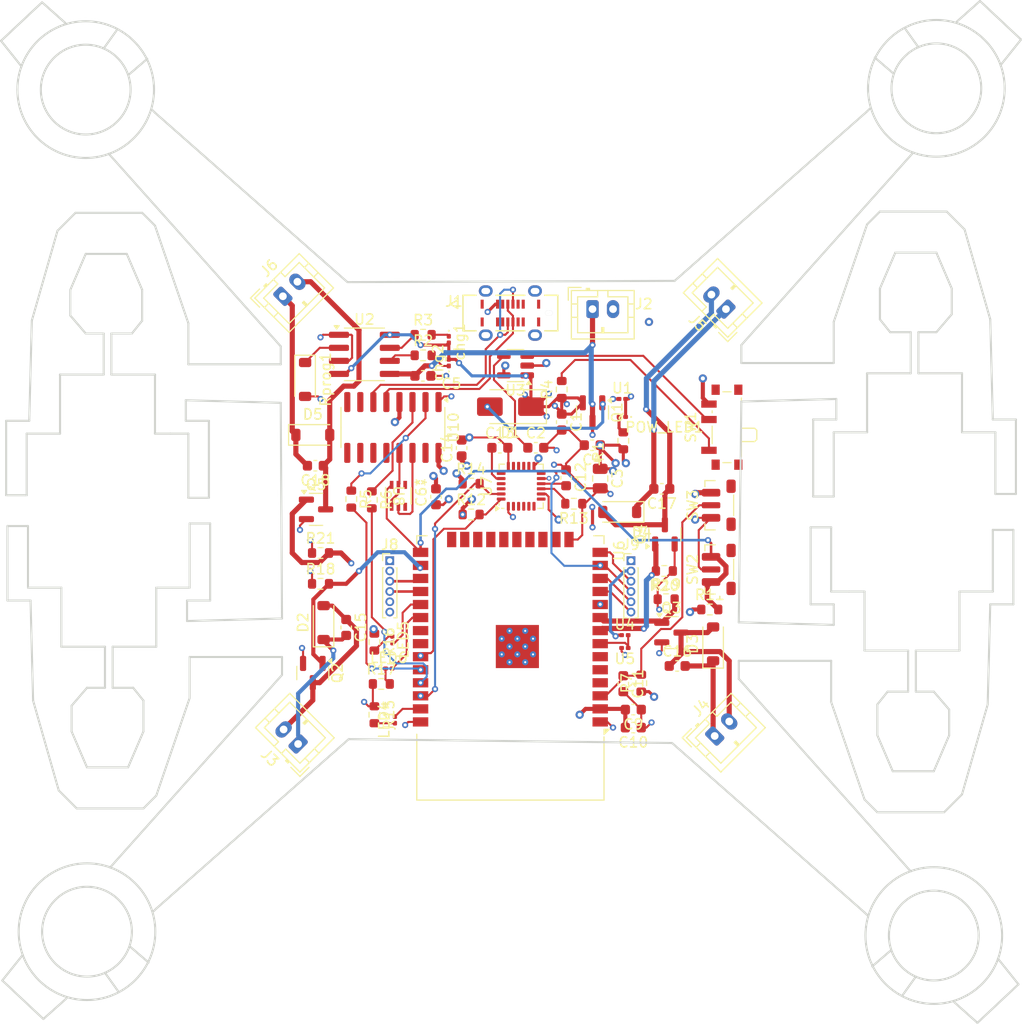
<source format=kicad_pcb>
(kicad_pcb (version 20240108) (generator "pcbnew") (generator_version "8.0")
  (layers (0 "F.Cu" signal) (1 "In1.Cu" signal) (2 "In2.Cu" signal) (31 "B.Cu" signal) (34 "B.Paste" user) (35 "F.Paste" user) (36 "B.SilkS" user "B.Silkscreen") (37 "F.SilkS" user "F.Silkscreen") (38 "B.Mask" user) (39 "F.Mask" user) (44 "Edge.Cuts" user))
  (net 0 "")
  (net 1 "+5V")
  (net 2 "+BATT")
  (net 3 "VBUS")
  (net 4 "Net-(D2-A)")
  (net 5 "GND")
  (net 6 "/MOT_1")
  (net 7 "Net-(D3-A)")
  (net 8 "/MOT_2")
  (net 9 "/MOT_3")
  (net 10 "Net-(D4-A)")
  (net 11 "/MOT_4")
  (net 12 "Net-(D5-A)")
  (net 13 "LDO_EN")
  (net 14 "+3.3V")
  (net 15 "Net-(U3-BP)")
  (net 16 "/ADC_BAT")
  (net 17 "/LED_2")
  (net 20 "/TXD2")
  (net 21 "/IO0")
  (net 23 "+3V3")
  (net 24 "/LED_3")
  (net 25 "/RX")
  (net 26 "/SRV_3")
  (net 27 "/LED_1")
  (net 28 "/SRV_1")
  (net 29 "/EXIO1")
  (net 30 "/SRV_4")
  (net 31 "/EXIO2")
  (net 32 "/TX")
  (net 36 "/SDA")
  (net 37 "/EXIO3")
  (net 38 "/EXIO4")
  (net 39 "/SRV_2")
  (net 40 "/SCL")
  (net 41 "/EXI5")
  (net 42 "Net-(U6-EN)")
  (net 43 "/RXD2")
  (net 47 "Net-(U7-AD0)")
  (net 54 "Net-(U7-CPOUT)")
  (net 61 "Net-(U7-REGOUT)")
  (net 63 "/RST")
  (net 64 "/EN")
  (net 65 "/DTR")
  (net 66 "/RTS")
  (net 69 "Net-(U10-RXD)")
  (net 70 "/-D")
  (net 75 "/+D")
  (net 76 "Net-(U10-TXD)")
  (net 78 "Net-(D2-K)")
  (net 79 "Net-(D3-K)")
  (net 80 "Net-(D4-K)")
  (net 81 "Net-(D5-K)")
  (net 82 "Net-(chg1-K)")
  (net 83 "Net-(chg2-K)")
  (net 84 "Net-(LED4-K)")
  (net 85 "Net-(LED5-K)")
  (net 86 "Net-(LED6-K)")
  (net 87 "Net-(POW_LED1-A)")
  (net 88 "Net-(U2-~{STDBY})")
  (net 89 "Net-(U2-~{CHRG})")
  (net 90 "/LDO_H")
  (net 91 "Net-(U2-PROG)")
  (footprint "Resistor_SMD:R_0603_1608Metric" (layer "F.Cu") (at 127.75 104.5)
    (property "Reference" "R21")
    (property "Value" "10K" (hide yes))
  )
  (footprint "Resistor_SMD:R_0603_1608Metric" (layer "F.Cu") (at 151.25 88.575 90)
    (property "Reference" "R4")
    (property "Value" "R" (hide yes))
  )
  (footprint "Connector_JST:JST_PH_B2B-PH-K_1x02_P2.00mm_Vertical" (layer "F.Cu") (at 125.568198 123.096016 135)
    (property "Reference" "J3")
    (property "Value" "Conn_01x02_Socket" (hide yes))
  )
  (footprint "Capacitor_SMD:C_0603_1608Metric" (layer "F.Cu") (at 151.25 91.75 -90)
    (property "Reference" "C1")
    (property "Value" "10u" (hide yes))
  )
  (footprint "Package_TO_SOT_SMD:SOT-23" (layer "F.Cu") (at 154.25 90.8125 -90)
    (property "Reference" "Q1")
    (property "Value" "AO3401A" (hide yes))
  )
  (footprint "Resistor_SMD:R_0603_1608Metric" (layer "F.Cu") (at 159 117.175 90)
    (property "Reference" "R7")
    (property "Value" "10K" (hide yes))
  )
  (footprint "LED_SMD:LED_0201_0603Metric" (layer "F.Cu") (at 157.155 91.25 180)
    (property "Reference" "POW_LED1")
    (property "Value" "LED1" (hide yes))
  )
  (footprint "Resistor_SMD:R_0603_1608Metric" (layer "F.Cu") (at 165.675 110)
    (property "Reference" "R11")
    (property "Value" "10K" (hide yes))
  )
  (footprint "Resistor_SMD:R_0201_0603Metric" (layer "F.Cu") (at 157.405 112.5)
    (property "Reference" "U4")
    (property "Value" "R" (hide yes))
  )
  (footprint "Resistor_SMD:R_0201_0603Metric" (layer "F.Cu") (at 157.155 89.5)
    (property "Reference" "U1")
    (property "Value" "100K" (hide yes))
  )
  (footprint "Resistor_SMD:R_0603_1608Metric" (layer "F.Cu") (at 130.75 99.25 -90)
    (property "Reference" "R5")
    (property "Value" "81K" (hide yes))
  )
  (footprint "Capacitor_SMD:C_0603_1608Metric" (layer "F.Cu") (at 162.5 115.5)
    (property "Reference" "C16")
    (property "Value" "1uf" (hide yes))
  )
  (footprint "Resistor_SMD:R_0603_1608Metric" (layer "F.Cu") (at 133 113.175 -90)
    (property "Reference" "R16")
    (property "Value" "1K" (hide yes))
  )
  (footprint "Capacitor_SMD:C_0603_1608Metric" (layer "F.Cu") (at 158.225 121.5 180)
    (property "Reference" "C10")
    (property "Value" "1uF" (hide yes))
  )
  (footprint "Connector_PinHeader_1.00mm:PinHeader_1x06_P1.00mm_Vertical" (layer "F.Cu") (at 134.5 105.25)
    (property "Reference" "J8")
    (property "Value" "Conn_01x06_Socket" (hide yes))
  )
  (footprint "Button_Switch_SMD:SW_Push_1P1T-MP_NO_Horizontal_Alps_SKRTLAE010" (layer "F.Cu") (at 166.7 106.1 90)
    (property "Reference" "SW2")
    (property "Value" "BOOT")
  )
  (footprint "Diode_SMD:D_SOD-123" (layer "F.Cu") (at 166 113.35 90)
    (property "Reference" "D3")
    (property "Value" "D" (hide yes))
  )
  (footprint "Button_Switch_SMD:SW_SPDT_PCM12" (layer "F.Cu") (at 167.025 92.25 90)
    (property "Reference" "SW1")
    (property "Value" "SW_SPDT")
  )
  (footprint "Package_TO_SOT_SMD:SOT-23" (layer "F.Cu") (at 161.3 102.6875 90)
    (property "Reference" "Q4")
    (property "Value" "Si2319CDS" (hide yes))
  )
  (footprint "DDC114TU-7-F:SOT_363_DIO" (layer "F.Cu") (at 135.3396 98.9332 -90)
    (property "Reference" "U8")
    (property "Value" "DDC114TU-7-F" (hide yes))
  )
  (footprint "Button_Switch_SMD:SW_Push_1P1T-MP_NO_Horizontal_Alps_SKRTLAE010" (layer "F.Cu") (at 166.7 99.85 90)
    (property "Reference" "SW3")
    (property "Value" "RST")
  )
  (footprint "Connector_JST:JST_PH_B2B-PH-K_1x02_P2.00mm_Vertical" (layer "F.Cu") (at 154.25 80.75)
    (property "Reference" "J2")
    (property "Value" "Conn_01x02" (hide yes))
  )
  (footprint "LED_SMD:LED_0201_0603Metric" (layer "F.Cu") (at 140.25 85.965 90)
    (property "Reference" "chg2")
    (property "Value" "LED3" (hide yes))
  )
  (footprint "LED_SMD:LED_0201_0603Metric" (layer "F.Cu") (at 134.75 112.945 -90)
    (property "Reference" "LED5")
    (property "Value" "LED5" (hide yes))
  )
  (footprint "Capacitor_SMD:C_0603_1608Metric" (layer "F.Cu") (at 154.225 94 180)
    (property "Reference" "C4")
    (property "Value" "10u" (hide yes))
  )
  (footprint "Capacitor_SMD:C_0603_1608Metric" (layer "F.Cu") (at 145.225 94.25)
    (property "Reference" "C13")
    (property "Value" "0.1uf" (hide yes))
  )
  (footprint "Package_TO_SOT_SMD:SOT-23" (layer "F.Cu") (at 127.3125 100.25)
    (property "Reference" "Q5")
    (property "Value" "Si2319CDS" (hide yes))
  )
  (footprint "Capacitor_SMD:C_0603_1608Metric" (layer "F.Cu") (at 151.675 97.175 -90)
    (property "Reference" "C12")
    (property "Value" "0.1uf" (hide yes))
  )
  (footprint "Capacitor_SMD:C_0603_1608Metric" (layer "F.Cu") (at 161 98.25 180)
    (property "Reference" "C17")
    (property "Value" "1uf" (hide yes))
  )
  (footprint "Resistor_SMD:R_0603_1608Metric" (layer "F.Cu") (at 137.75 85.25)
    (property "Reference" "R2")
    (property "Value" "41.3K" (hide yes))
  )
  (footprint "RF_Module:ESP32-WROOM-32" (layer "F.Cu") (at 146.25 112.6975 180)
    (property "Reference" "U6")
    (property "Value" "ESP32-WROOM-32" (hide yes))
  )
  (footprint "Resistor_SMD:R_0603_1608Metric" (layer "F.Cu") (at 161.425 109)
    (property "Reference" "R19")
    (property "Value" "10K" (hide yes))
  )
  (footprint "Resistor_SMD:R_0603_1608Metric" (layer "F.Cu") (at 133 120.25 -90)
    (property "Reference" "R15")
    (property "Value" "1K" (hide yes))
  )
  (footprint "Resistor_SMD:R_0603_1608Metric" (layer "F.Cu") (at 132.75 99.325 -90)
    (property "Reference" "R6")
    (property "Value" "81K" (hide yes))
  )
  (footprint "Resistor_SMD:R_0603_1608Metric" (layer "F.Cu") (at 137.75 83.25)
    (property "Reference" "R3")
    (property "Value" "31.3K" (hide yes))
  )
  (footprint "Capacitor_SMD:C_0603_1608Metric" (layer "F.Cu") (at 127.25 96 180)
    (property "Reference" "C18")
    (property "Value" "1uf" (hide yes))
  )
  (footprint "Capacitor_SMD:C_0603_1608Metric" (layer "F.Cu") (at 148.725 94.25)
    (property "Reference" "C2")
    (property "Value" "470uF" (hide yes))
  )
  (footprint "Package_TO_SOT_SMD:SOT-23-5" (layer "F.Cu") (at 146.75 86.25 180)
    (property "Reference" "U3")
    (property "Value" "MIC5219-3.3YM5" (hide yes))
  )
  (footprint "LED_SMD:LED_0201_0603Metric" (layer "F.Cu") (at 134.405 115.75)
    (property "Reference" "LED6")
    (property "Value" "LED6" (hide yes))
  )
  (footprint "Capacitor_SMD:C_0603_1608Metric" (layer "F.Cu") (at 158.225 119.75 180)
    (property "Reference" "C9")
    (property "Value" "10uF" (hide yes))
  )
  (footprint "Resistor_SMD:R_0603_1608Metric" (layer "F.Cu") (at 133.675 117.25)
    (property "Reference" "R17")
    (property "Value" "1K" (hide yes))
  )
  (footprint "Resistor_SMD:R_0603_1608Metric" (layer "F.Cu") (at 142.425 97.75)
    (property "Reference" "R14")
    (property "Value" "10K" (hide yes))
  )
  (footprint "Diode_SMD:D_SOD-123" (layer "F.Cu") (at 127 93)
    (property "Reference" "D5")
    (property "Value" "D" (hide yes))
  )
  (footprint "Resistor_SMD:R_0603_1608Metric" (layer "F.Cu") (at 127.75 107.5)
    (property "Reference" "R18")
    (property "Value" "10K" (hide yes))
  )
  (footprint "Resistor_SMD:R_0201_0603Metric" (layer "F.Cu") (at 157.405 113.75 180)
    (property "Reference" "U5")
    (property "Value" "R" (hide yes))
  )
  (footprint "Diode_SMD:D_SOD-123" (layer "F.Cu") (at 156.9 100.5 180)
    (property "Reference" "D4")
    (property "Value" "D" (hide yes))
  )
  (footprint "Package_SO:SOIC-8_3.9x4.9mm_P1.27mm" (layer "F.Cu") (at 132.025 85.155)
    (property "Reference" "U2")
    (property "Value" "TP4056" (hide yes))
  )
  (footprint "Package_SO:SOIC-16_3.9x9.9mm_P1.27mm" (layer "F.Cu") (at 134.805 92.275 -90)
    (property "Reference" "U10")
    (property "Value" "CH340C" (hide yes))
  )
  (footprint "Connector_JST:JST_PH_B2B-PH-K_1x02_P2.00mm_Vertical" (layer "F.Cu") (at 124.085786 79.5 45)
    (property "Reference" "J6")
    (property "Value" "Conn_01x02_Socket" (hide yes))
  )
  (footprint "Package_TO_SOT_SMD:SOT-23" (layer "F.Cu") (at 127 116.1875 -90)
    (property "Reference" "Q2")
    (property "Value" "Si2319CDS" (hide yes))
  )
  (footprint "Capacitor_SMD:C_0603_1608Metric" (layer "F.Cu") (at 130.25 111.75 -90)
    (property "Reference" "C15")
    (property "Value" "1uf" (hide yes))
  )
  (footprint "Resistor_SMD:R_0603_1608Metric" (layer "F.Cu") (at 152.425 99.7 180)
    (property "Reference" "R13")
    (property "Value" "4.7K" (hide yes))
  )
  (footprint "Sensor_Motion:InvenSense_QFN-24_4x4mm_P0.5mm" (layer "F.Cu") (at 147.3 98 90)
    (property "Reference" "U7")
    (property "Value" "MPU-6050" (hide yes))
  )
  (footprint "2171820001:MOLEX_2171820001" (layer "F.Cu") (at 146.25 81.135)
    (property "Reference" "J1")
    (property "Value" "2171820001")
    (fp_line (start 3.65 -0.26) (end 3.85 -0.26) (stroke (width 0.01)) (layer "Edge.Cuts"))
    (fp_line (start 3.85 0.26) (end 3.65 0.26) (stroke (width 0.01)) (layer "Edge.Cuts"))
    (fp_arc (start 3.39 0) (mid 3.466152 -0.183848) (end 3.65 -0.26) (stroke (width 0.01)) (layer "Edge.Cuts"))
    (fp_arc (start 3.65 0.26) (mid 3.466152 0.183848) (end 3.39 0) (stroke (width 0.01)) (layer "Edge.Cuts"))
    (fp_arc (start 3.85 -0.26) (mid 4.033848 -0.183848) (end 4.11 0) (stroke (width 0.01)) (layer "Edge.Cuts"))
    (fp_arc (start 4.11 0) (mid 4.033848 0.183848) (end 3.85 0.26) (stroke (width 0.01)) (layer "Edge.Cuts"))
  )
  (footprint "Connector_JST:JST_PH_B2B-PH-K_1x02_P2.00mm_Vertical" (layer "F.Cu") (at 166.153985 122.318198 45)
    (property "Reference" "J4")
    (property "Value" "Conn_01x02_Socket" (hide yes))
  )
  (footprint "Capacitor_SMD:C_0603_1608Metric" (layer "F.Cu") (at 137.725 87.25 180)
    (property "Reference" "C5")
    (property "Value" "10uf" (hide yes))
  )
  (footprint "Capacitor_SMD:C_0603_1608Metric" (layer "F.Cu") (at 139 99.025 90)
    (property "Reference" "C6")
    (property "Value" "0.1uF" (hide yes))
  )
  (footprint "Resistor_SMD:R_0603_1608Metric" (layer "F.Cu") (at 161.25 106.25 180)
    (property "Reference" "R20")
    (property "Value" "10K" (hide yes))
  )
  (footprint "Package_TO_SOT_SMD:SOT-23" (layer "F.Cu") (at 161.9375 112.25)
    (property "Reference" "Q3")
    (property "Value" "Si2319CDS" (hide yes))
  )
  (footprint "Diode_SMD:D_SOD-123" (layer "F.Cu") (at 128.05 111.275 90)
    (property "Reference" "D2")
    (property "Value" "D" (hide yes))
  )
  (footprint "Connector_JST:JST_PH_B2B-PH-K_1x02_P2.00mm_Vertical" (layer "F.Cu") (at 167.25 80.75 135)
    (property "Reference" "J5")
    (property "Value" "Conn_01x02_Socket" (hide yes))
  )
  (footprint "Diode_SMD:D_SMA" (layer "F.Cu") (at 146.25 90.25 180)
    (property "Reference" "D1")
    (property "Value" "D" (hide yes))
  )
  (footprint "Resistor_SMD:R_0603_1608Metric" (layer "F.Cu") (at 157.25 93.575 90)
    (property "Reference" "R1")
    (property "Value" "470R" (hide yes))
  )
  (footprint "Resistor_SMD:R_0603_1608Metric" (layer "F.Cu") (at 142.425 100.75)
    (property "Reference" "R12")
    (property "Value" "10K" (hide yes))
  )
  (footprint "Capacitor_SMD:C_0603_1608Metric" (layer "F.Cu") (at 157.25 117.225 -90)
    (property "Reference" "C11")
    (property "Value" "0.1uf" (hide yes))
  )
  (footprint "LED_SMD:LED_0201_0603Metric" (layer "F.Cu") (at 140.25 83.715 -90)
    (property "Reference" "chg1")
    (property "Value" "LED2" (hide yes))
  )
  (footprint "Diode_SMD:D_SOD-123" (layer "F.Cu") (at 126.25 87.6 -90)
    (property "Reference" "Rprog1")
    (property "Value" "3.3K" (hide yes))
  )
  (footprint "Connector_PinHeader_1.00mm:PinHeader_1x06_P1.00mm_Vertical" (layer "F.Cu") (at 158 105.25)
    (property "Reference" "J9")
    (property "Value" "Conn_01x06_Socket" (hide yes))
  )
  (footprint "Capacitor_SMD:C_0603_1608Metric" (layer "F.Cu") (at 141.5 94.275 90)
    (property "Reference" "C14")
    (property "Value" "10uf" (hide yes))
  )
  (footprint "Capacitor_SMD:C_0805_2012Metric" (layer "F.Cu") (at 155 97.25 -90)
    (property "Reference" "C3")
    (property "Value" "2.2uF" (hide yes))
  )
  (footprint "LED_SMD:LED_0201_0603Metric" (layer "F.Cu") (at 135 120.75 90)
    (property "Reference" "LED4")
    (property "Value" "LED4" (hide yes))
  )
  (gr_line (start 190.5 73) (end 193 81.75) (stroke (width 0.2)) (layer "Edge.Cuts"))
  (gr_line (start 110.5 121.875) (end 110.5 118.875) (stroke (width 0.2)) (layer "Edge.Cuts"))
  (gr_line (start 193 81.75) (end 193.25 91.5) (stroke (width 0.2)) (layer "Edge.Cuts"))
  (gr_line (start 195.75 146.5) (end 193.75 144) (stroke (width 0.2)) (layer "Edge.Cuts"))
  (gr_line (start 111.75 139.125) (end 111.5 139.375) (stroke (width 0.2)) (layer "Edge.Cuts"))
  (gr_line (start 106.625 83.125) (end 104.875 83.125) (stroke (width 0.2)) (layer "Edge.Cuts"))
  (gr_line (start 111 144.375) (end 109.25 142.875) (stroke (width 0.2)) (layer "Edge.Cuts"))
  (gr_line (start 180.75 139.5) (end 181 139.75) (stroke (width 0.2)) (layer "Edge.Cuts"))
  (gr_line (start 110.375 71.375) (end 103.875 71.375) (stroke (width 0.2)) (layer "Edge.Cuts"))
  (gr_line (start 187.75 75.25) (end 183.75 75.25) (stroke (width 0.2)) (layer "Edge.Cuts"))
  (gr_line (start 102.375 87.125) (end 106.625 87.125) (stroke (width 0.2)) (layer "Edge.Cuts"))
  (gr_line (start 117 101.625) (end 117 109.125) (stroke (width 0.2)) (layer "Edge.Cuts"))
  (gr_line (start 195.25 102.25) (end 193.25 102.25) (stroke (width 0.2)) (layer "Edge.Cuts"))
  (gr_line (start 117 109.125) (end 114.75 109.125) (stroke (width 0.2)) (layer "Edge.Cuts"))
  (gr_line (start 102.5 113.625) (end 106.75 113.625) (stroke (width 0.2)) (layer "Edge.Cuts"))
  (gr_line (start 177.75 82) (end 181 72.5) (stroke (width 0.2)) (layer "Edge.Cuts"))
  (gr_line (start 193.5 98.75) (end 193.5 92.75) (stroke (width 0.2)) (layer "Edge.Cuts"))
  (gr_line (start 189 122.25) (end 187.5 125.75) (stroke (width 0.2)) (layer "Edge.Cuts"))
  (gr_line (start 116.875 91.625) (end 114.625 91.625) (stroke (width 0.2)) (layer "Edge.Cuts"))
  (gr_line (start 113.25 107.875) (end 115 107.875) (stroke (width 0.2)) (layer "Edge.Cuts"))
  (gr_line (start 175.5 109.5) (end 177.75 109.5) (stroke (width 0.2)) (layer "Edge.Cuts"))
  (gr_line (start 189.25 78.75) (end 187.75 75.25) (stroke (width 0.2)) (layer "Edge.Cuts"))
  (gr_line (start 175.75 99) (end 175.75 91.5) (stroke (width 0.2)) (layer "Edge.Cuts"))
  (gr_line (start 189.25 81.25) (end 189.25 78.75) (stroke (width 0.2)) (layer "Edge.Cuts"))
  (gr_line (start 183.25 83) (end 185.25 83) (stroke (width 0.2)) (layer "Edge.Cuts"))
  (gr_line (start 107.875 53.625) (end 106.625 55.375) (stroke (width 0.2)) (layer "Edge.Cuts"))
  (gr_line (start 191.75 150.25) (end 195.75 146.5) (stroke (width 0.2)) (layer "Edge.Cuts"))
  (gr_line (start 182.25 81.75) (end 183.25 83) (stroke (width 0.2)) (layer "Edge.Cuts"))
  (gr_line (start 187.75 83) (end 189.25 81.25) (stroke (width 0.2)) (layer "Edge.Cuts"))
  (gr_line (start 168.75 84.25) (end 168.75 86) (stroke (width 0.2)) (layer "Edge.Cuts"))
  (gr_line (start 193 109.5) (end 195.25 109.5) (stroke (width 0.2)) (layer "Edge.Cuts"))
  (gr_line (start 130.5 122.625) (end 111.75 139.125) (stroke (width 0.2)) (layer "Edge.Cuts"))
  (gr_line (start 188.75 71.25) (end 190.5 73) (stroke (width 0.2)) (layer "Edge.Cuts"))
  (gr_circle (center 187.5 141.75) (end 191.25 139.5) (stroke (width 0.2)) (fill none) (layer "Edge.Cuts"))
  (gr_line (start 192.75 119.25) (end 193 109.5) (stroke (width 0.2)) (layer "Edge.Cuts"))
  (gr_line (start 183 118) (end 185 118) (stroke (width 0.2)) (layer "Edge.Cuts"))
  (gr_line (start 107.375 87.125) (end 111.625 87.125) (stroke (width 0.2)) (layer "Edge.Cuts"))
  (gr_line (start 195.5 98.75) (end 193.5 98.75) (stroke (width 0.2)) (layer "Edge.Cuts"))
  (gr_line (start 110.375 81.875) (end 109.375 83.125) (stroke (width 0.2)) (layer "Edge.Cuts"))
  (gr_line (start 109 125.375) (end 110.5 121.875) (stroke (width 0.2)) (layer "Edge.Cuts"))
  (gr_line (start 99.125 98.875) (end 99.125 92.875) (stroke (width 0.2)) (layer "Edge.Cuts"))
  (gr_line (start 103.875 71.375) (end 102.125 73.125) (stroke (width 0.2)) (layer "Edge.Cuts"))
  (gr_line (start 195.25 109.5) (end 195.25 102.25) (stroke (width 0.2)) (layer "Edge.Cuts"))
  (gr_line (start 100.75 149.875) (end 96.75 146.125) (stroke (width 0.2)) (layer "Edge.Cuts"))
  (gr_line (start 114.75 109.125) (end 114.75 111.125) (stroke (width 0.2)) (layer "Edge.Cuts"))
  (gr_line (start 103.5 121.875) (end 105 125.375) (stroke (width 0.2)) (layer "Edge.Cuts"))
  (gr_line (start 181 61.5) (end 181.25 61.25) (stroke (width 0.2)) (layer "Edge.Cuts"))
  (gr_line (start 177.75 92.75) (end 177.75 99) (stroke (width 0.2)) (layer "Edge.Cuts"))
  (gr_line (start 181 92.75) (end 179.5 92.75) (stroke (width 0.2)) (layer "Edge.Cuts"))
  (gr_line (start 185.25 87) (end 181 87) (stroke (width 0.2)) (layer "Edge.Cuts"))
  (gr_line (start 184.75 53.5) (end 186 55.25) (stroke (width 0.2)) (layer "Edge.Cuts"))
  (gr_line (start 113.125 92.875) (end 114.875 92.875) (stroke (width 0.2)) (layer "Edge.Cuts"))
  (gr_line (start 162 123) (end 180.75 139.5) (stroke (width 0.2)) (layer "Edge.Cuts"))
  (gr_line (start 110.375 78.875) (end 110.375 81.875) (stroke (width 0.2)) (layer "Edge.Cuts"))
  (gr_line (start 177.75 109.5) (end 177.75 111.5) (stroke (width 0.2)) (layer "Edge.Cuts"))
  (gr_line (start 180.75 128.5) (end 182 129.75) (stroke (width 0.2)) (layer "Edge.Cuts"))
  (gr_line (start 177.5 115) (end 177.5 119) (stroke (width 0.2)) (layer "Edge.Cuts"))
  (gr_line (start 175.75 91.5) (end 178 91.5) (stroke (width 0.2)) (layer "Edge.Cuts"))
  (gr_line (start 162.25 78) (end 181 61.5) (stroke (width 0.2)) (layer "Edge.Cuts"))
  (gr_line (start 109.375 83.125) (end 107.375 83.125) (stroke (width 0.2)) (layer "Edge.Cuts"))
  (gr_line (start 114.625 91.625) (end 114.625 89.625) (stroke (width 0.2)) (layer "Edge.Cuts"))
  (gr_line (start 177.5 102) (end 175.5 102) (stroke (width 0.2)) (layer "Edge.Cuts"))
  (gr_line (start 184.5 147.5) (end 185.75 145.75) (stroke (width 0.2)) (layer "Edge.Cuts"))
  (gr_line (start 124 114.625) (end 115 114.625) (stroke (width 0.2)) (layer "Edge.Cuts"))
  (gr_line (start 193.25 102.25) (end 193.25 108.25) (stroke (width 0.2)) (layer "Edge.Cuts"))
  (gr_line (start 183.75 75.25) (end 182.25 78.75) (stroke (width 0.2)) (layer "Edge.Cuts"))
  (gr_line (start 96.75 146.125) (end 98.75 143.625) (stroke (width 0.2)) (layer "Edge.Cuts"))
  (gr_line (start 106.75 117.625) (end 105 117.625) (stroke (width 0.2)) (layer "Edge.Cuts"))
  (gr_line (start 115 101.625) (end 117 101.625) (stroke (width 0.2)) (layer "Edge.Cuts"))
  (gr_line (start 192 50.75) (end 196 54.5) (stroke (width 0.2)) (layer "Edge.Cuts"))
  (gr_line (start 187.5 125.75) (end 183.5 125.75) (stroke (width 0.2)) (layer "Edge.Cuts"))
  (gr_line (start 189.5 148.25) (end 191.75 150.25) (stroke (width 0.2)) (layer "Edge.Cuts"))
  (gr_line (start 196 54.5) (end 194 57) (stroke (width 0.2)) (layer "Edge.Cuts"))
  (gr_line (start 168.75 86) (end 177.75 86) (stroke (width 0.2)) (layer "Edge.Cuts"))
  (gr_line (start 104 129.375) (end 102.25 127.625) (stroke (width 0.2)) (layer "Edge.Cuts"))
  (gr_line (start 114.875 92.875) (end 114.875 99.125) (stroke (width 0.2)) (layer "Edge.Cuts"))
  (gr_line (start 178 91.5) (end 178 89.5) (stroke (width 0.2)) (layer "Edge.Cuts"))
  (gr_line (start 108 147.125) (end 106.75 145.375) (stroke (width 0.2)) (layer "Edge.Cuts"))
  (gr_line (start 114.875 99.125) (end 116.875 99.125) (stroke (width 0.2)) (layer "Edge.Cuts"))
  (gr_line (start 97.25 109.125) (end 97.25 101.875) (stroke (width 0.2)) (layer "Edge.Cuts"))
  (gr_line (start 179.5 92.75) (end 177.75 92.75) (stroke (width 0.2)) (layer "Edge.Cuts"))
  (gr_line (start 110.5 129.375) (end 104 129.375) (stroke (width 0.2)) (layer "Edge.Cuts"))
  (gr_line (start 178 89.5) (end 168.75 89.75) (stroke (width 0.2)) (layer "Edge.Cuts"))
  (gr_line (start 115 118.625) (end 111.75 128.125) (stroke (width 0.2)) (layer "Edge.Cuts"))
  (gr_line (start 106.625 87.125) (end 106.625 83.125) (stroke (width 0.2)) (layer "Edge.Cuts"))
  (gr_line (start 180.75 108.25) (end 179.25 108.25) (stroke (width 0.2)) (layer "Edge.Cuts"))
  (gr_line (start 186 83) (end 187.75 83) (stroke (width 0.2)) (layer "Edge.Cuts"))
  (gr_line (start 189.75 52.75) (end 192 50.75) (stroke (width 0.2)) (layer "Edge.Cuts"))
  (gr_line (start 111.625 72.625) (end 110.375 71.375) (stroke (width 0.2)) (layer "Edge.Cuts"))
  (gr_line (start 123.875 84.375) (end 107.125 65.625) (stroke (width 0.2)) (layer "Edge.Cuts"))
  (gr_line (start 99.25 107.875) (end 102.5 107.875) (stroke (width 0.2)) (layer "Edge.Cuts"))
  (gr_circle (center 104.875 59.375) (end 99.375 63.125) (stroke (width 0.2)) (fill none) (layer "Edge.Cuts"))
  (gr_line (start 190.25 128) (end 192.75 119.25) (stroke (width 0.2)) (layer "Edge.Cuts"))
  (gr_line (start 107.5 117.625) (end 107.5 113.625) (stroke (width 0.2)) (layer "Edge.Cuts"))
  (gr_line (start 177.5 108.25) (end 177.5 102) (stroke (width 0.2)) (layer "Edge.Cuts"))
  (gr_line (start 190 114) (end 185.75 114) (stroke (width 0.2)) (layer "Edge.Cuts"))
  (gr_line (start 179.25 108.25) (end 177.5 108.25) (stroke (width 0.2)) (layer "Edge.Cuts"))
  (gr_line (start 100.625 50.875) (end 96.625 54.625) (stroke (width 0.2)) (layer "Edge.Cuts"))
  (gr_line (start 182 119.25) (end 183 118) (stroke (width 0.2)) (layer "Edge.Cuts"))
  (gr_circle (center 187.75 59.25) (end 193.25 63) (stroke (width 0.2)) (fill none) (layer "Edge.Cuts"))
  (gr_circle (center 187.75 59.25) (end 191.5 61.5) (stroke (width 0.2)) (fill none) (layer "Edge.Cuts"))
  (gr_line (start 96.625 54.625) (end 98.625 57.125) (stroke (width 0.2)) (layer "Edge.Cuts"))
  (gr_line (start 103.375 81.375) (end 103.375 78.875) (stroke (width 0.2)) (layer "Edge.Cuts"))
  (gr_line (start 103.5 119.375) (end 103.5 121.875) (stroke (width 0.2)) (layer "Edge.Cuts"))
  (gr_line (start 177.5 119) (end 180.75 128.5) (stroke (width 0.2)) (layer "Edge.Cuts"))
  (gr_line (start 111.625 61.625) (end 111.375 61.375) (stroke (width 0.2)) (layer "Edge.Cuts"))
  (gr_line (start 123.875 84.375) (end 123.875 86.125) (stroke (width 0.2)) (layer "Edge.Cuts"))
  (gr_line (start 109.5 117.625) (end 107.5 117.625) (stroke (width 0.2)) (layer "Edge.Cuts"))
  (gr_line (start 116.875 99.125) (end 116.875 91.625) (stroke (width 0.2)) (layer "Edge.Cuts"))
  (gr_line (start 180.75 114) (end 180.75 108.25) (stroke (width 0.2)) (layer "Edge.Cuts"))
  (gr_line (start 182.25 71.25) (end 188.75 71.25) (stroke (width 0.2)) (layer "Edge.Cuts"))
  (gr_line (start 111.75 128.125) (end 110.5 129.375) (stroke (width 0.2)) (layer "Edge.Cuts"))
  (gr_line (start 97.125 98.875) (end 99.125 98.875) (stroke (width 0.2)) (layer "Edge.Cuts"))
  (gr_line (start 168.75 84.25) (end 185.5 65.5) (stroke (width 0.2)) (layer "Edge.Cuts"))
  (gr_line (start 168.75 89.75) (end 168.5 111.25) (stroke (width 0.2)) (layer "Edge.Cuts"))
  (gr_line (start 103 147.875) (end 100.75 149.875) (stroke (width 0.2)) (layer "Edge.Cuts"))
  (gr_line (start 185.75 118) (end 187.5 118) (stroke (width 0.2)) (layer "Edge.Cuts"))
  (gr_circle (center 105 141.375) (end 101.25 139.125) (stroke (width 0.2)) (fill none) (layer "Edge.Cuts"))
  (gr_line (start 99.75 118.875) (end 99.5 109.125) (stroke (width 0.2)) (layer "Edge.Cuts"))
  (gr_line (start 107.375 83.125) (end 107.375 87.125) (stroke (width 0.2)) (layer "Edge.Cuts"))
  (gr_line (start 181 87) (end 181 92.75) (stroke (width 0.2)) (layer "Edge.Cuts"))
  (gr_line (start 175.5 102) (end 175.5 109.5) (stroke (width 0.2)) (layer "Edge.Cuts"))
  (gr_line (start 99.625 81.875) (end 99.375 91.625) (stroke (width 0.2)) (layer "Edge.Cuts"))
  (gr_line (start 193.25 91.5) (end 195.5 91.5) (stroke (width 0.2)) (layer "Edge.Cuts"))
  (gr_line (start 183.5 125.75) (end 182 122.25) (stroke (width 0.2)) (layer "Edge.Cuts"))
  (gr_line (start 130.375 78.125) (end 162.25 78) (stroke (width 0.2)) (layer "Edge.Cuts"))
  (gr_line (start 185 118) (end 185 114) (stroke (width 0.2)) (layer "Edge.Cuts"))
  (gr_line (start 130.5 122.625) (end 162 123) (stroke (width 0.2)) (layer "Edge.Cuts"))
  (gr_line (start 195.5 91.5) (end 195.5 98.75) (stroke (width 0.2)) (layer "Edge.Cuts"))
  (gr_line (start 111.375 61.375) (end 111.25 61.25) (stroke (width 0.05)) (layer "Edge.Cuts"))
  (gr_line (start 107.5 113.625) (end 111.75 113.625) (stroke (width 0.2)) (layer "Edge.Cuts"))
  (gr_line (start 102.25 127.625) (end 99.75 118.875) (stroke (width 0.2)) (layer "Edge.Cuts"))
  (gr_line (start 104.875 75.375) (end 108.875 75.375) (stroke (width 0.2)) (layer "Edge.Cuts"))
  (gr_line (start 114.875 86.125) (end 114.875 82.125) (stroke (width 0.2)) (layer "Edge.Cuts"))
  (gr_line (start 111.75 107.875) (end 113.25 107.875) (stroke (width 0.2)) (layer "Edge.Cuts"))
  (gr_line (start 111.625 87.125) (end 111.625 92.875) (stroke (width 0.2)) (layer "Edge.Cuts"))
  (gr_line (start 97.125 91.625) (end 97.125 98.875) (stroke (width 0.2)) (layer "Edge.Cuts"))
  (gr_line (start 114.875 82.125) (end 111.625 72.625) (stroke (width 0.2)) (layer "Edge.Cuts"))
  (gr_line (start 182 122.25) (end 182 119.25) (stroke (width 0.2)) (layer "Edge.Cuts"))
  (gr_line (start 130.375 78.125) (end 111.625 61.625) (stroke (width 0.2)) (layer "Edge.Cuts"))
  (gr_line (start 168.5 115) (end 177.5 115) (stroke (width 0.2)) (layer "Edge.Cuts"))
  (gr_line (start 123.875 89.875) (end 124 110.875) (stroke (width 0.2)) (layer "Edge.Cuts"))
  (gr_line (start 190 108.25) (end 190 114) (stroke (width 0.2)) (layer "Edge.Cuts"))
  (gr_line (start 187.5 118) (end 189 119.75) (stroke (width 0.2)) (layer "Edge.Cuts"))
  (gr_circle (center 104.875 59.375) (end 101.125 61.625) (stroke (width 0.2)) (fill none) (layer "Edge.Cuts"))
  (gr_line (start 168.5 116.75) (end 168.5 115) (stroke (width 0.2)) (layer "Edge.Cuts"))
  (gr_line (start 181.5 144.75) (end 183.25 143.25) (stroke (width 0.2)) (layer "Edge.Cuts"))
  (gr_line (start 185 114) (end 180.75 114) (stroke (width 0.2)) (layer "Edge.Cuts"))
  (gr_line (start 186 87) (end 186 83) (stroke (width 0.2)) (layer "Edge.Cuts"))
  (gr_line (start 124 116.375) (end 107.25 135.125) (stroke (width 0.2)) (layer "Edge.Cuts"))
  (gr_line (start 181 72.5) (end 182.25 71.25) (stroke (width 0.2)) (layer "Edge.Cuts"))
  (gr_line (start 177.75 99) (end 175.75 99) (stroke (width 0.2)) (layer "Edge.Cuts"))
  (gr_line (start 168.5 116.75) (end 185.25 135.5) (stroke (width 0.2)) (layer "Edge.Cuts"))
  (gr_line (start 124 116.375) (end 124 114.625) (stroke (width 0.2)) (layer "Edge.Cuts"))
  (gr_line (start 99.25 101.875) (end 99.25 107.875) (stroke (width 0.2)) (layer "Edge.Cuts"))
  (gr_line (start 177.75 111.5) (end 168.5 111.25) (stroke (width 0.2)) (layer "Edge.Cuts"))
  (gr_line (start 111.625 92.875) (end 113.125 92.875) (stroke (width 0.2)) (layer "Edge.Cuts"))
  (gr_circle (center 105 141.375) (end 99.5 137.625) (stroke (width 0.2)) (fill none) (layer "Edge.Cuts"))
  (gr_line (start 105 117.625) (end 103.5 119.375) (stroke (width 0.2)) (layer "Edge.Cuts"))
  (gr_line (start 181.75 56.25) (end 183.5 57.75) (stroke (width 0.2)) (layer "Edge.Cuts"))
  (gr_line (start 182.25 78.75) (end 182.25 81.75) (stroke (width 0.2)) (layer "Edge.Cuts"))
  (gr_line (start 103.375 78.875) (end 104.875 75.375) (stroke (width 0.2)) (layer "Edge.Cuts"))
  (gr_line (start 111.75 113.625) (end 111.75 107.875) (stroke (width 0.2)) (layer "Edge.Cuts"))
  (gr_line (start 114.75 111.125) (end 124 110.875) (stroke (width 0.2)) (layer "Edge.Cuts"))
  (gr_line (start 114.625 89.625) (end 123.875 89.875) (stroke (width 0.2)) (layer "Edge.Cuts"))
  (gr_line (start 105 125.375) (end 109 125.375) (stroke (width 0.2)) (layer "Edge.Cuts"))
  (gr_line (start 110.875 56.375) (end 109.125 57.875) (stroke (width 0.2)) (layer "Edge.Cuts"))
  (gr_line (start 102.875 52.875) (end 100.625 50.875) (stroke (width 0.2)) (layer "Edge.Cuts"))
  (gr_line (start 102.375 92.875) (end 102.375 87.125) (stroke (width 0.2)) (layer "Edge.Cuts"))
  (gr_line (start 110.5 118.875) (end 109.5 117.625) (stroke (width 0.2)) (layer "Edge.Cuts"))
  (gr_line (start 182 129.75) (end 188.5 129.75) (stroke (width 0.2)) (layer "Edge.Cuts"))
  (gr_line (start 190.25 87) (end 186 87) (stroke (width 0.2)) (layer "Edge.Cuts"))
  (gr_line (start 102.125 73.125) (end 99.625 81.875) (stroke (width 0.2)) (layer "Edge.Cuts"))
  (gr_line (start 185.25 83) (end 185.25 87) (stroke (width 0.2)) (layer "Edge.Cuts"))
  (gr_line (start 123.875 86.125) (end 114.875 86.125) (stroke (width 0.2)) (layer "Edge.Cuts"))
  (gr_line (start 106.75 113.625) (end 106.75 117.625) (stroke (width 0.2)) (layer "Edge.Cuts"))
  (gr_line (start 185.75 114) (end 185.75 118) (stroke (width 0.2)) (layer "Edge.Cuts"))
  (gr_line (start 190.25 92.75) (end 190.25 87) (stroke (width 0.2)) (layer "Edge.Cuts"))
  (gr_line (start 193.5 92.75) (end 190.25 92.75) (stroke (width 0.2)) (layer "Edge.Cuts"))
  (gr_line (start 189 119.75) (end 189 122.25) (stroke (width 0.2)) (layer "Edge.Cuts"))
  (gr_line (start 99.125 92.875) (end 102.375 92.875) (stroke (width 0.2)) (layer "Edge.Cuts"))
  (gr_line (start 115 114.625) (end 115 118.625) (stroke (width 0.2)) (layer "Edge.Cuts"))
  (gr_line (start 104.875 83.125) (end 103.375 81.375) (stroke (width 0.2)) (layer "Edge.Cuts"))
  (gr_line (start 97.25 101.875) (end 99.25 101.875) (stroke (width 0.2)) (layer "Edge.Cuts"))
  (gr_line (start 193.25 108.25) (end 190 108.25) (stroke (width 0.2)) (layer "Edge.Cuts"))
  (gr_line (start 99.5 109.125) (end 97.25 109.125) (stroke (width 0.2)) (layer "Edge.Cuts"))
  (gr_line (start 102.5 107.875) (end 102.5 113.625) (stroke (width 0.2)) (layer "Edge.Cuts"))
  (gr_circle (center 187.5 141.75) (end 193 138) (stroke (width 0.2)) (fill none) (layer "Edge.Cuts"))
  (gr_line (start 108.875 75.375) (end 110.375 78.875) (stroke (width 0.2)) (layer "Edge.Cuts"))
  (gr_line (start 177.75 86) (end 177.75 82) (stroke (width 0.2)) (layer "Edge.Cuts"))
  (gr_line (start 115 107.875) (end 115 101.625) (stroke (width 0.2)) (layer "Edge.Cuts"))
  (gr_line (start 99.375 91.625) (end 97.125 91.625) (stroke (width 0.2)) (layer "Edge.Cuts"))
  (gr_line (start 188.5 129.75) (end 190.25 128) (stroke (width 0.2)) (layer "Edge.Cuts"))
  (segment (start 167.75 104.25) (end 167.75 104.5) (width 0.3) (layer "F.Cu") (net 0))
  (segment (start 167.85 107.85) (end 167.75 107.95) (width 0.3) (layer "F.Cu") (net 0))
  (segment (start 167.75 104.5) (end 167.85 104.6) (width 0.3) (layer "F.Cu") (net 0))
  (segment (start 144.788466 80.27) (end 144.031767 81.026699) (width 0.3) (layer "F.Cu") (net 1))
  (segment (start 156.835 89.5) (end 156.25 89.5) (width 0.3) (layer "F.Cu") (net 1))
  (segment (start 145 80.27) (end 144.788466 80.27) (width 0.3) (layer "F.Cu") (net 1))
  (via (at 144 90.25) (size 0.6) (drill 0.3) (layers "F.Cu" "B.Cu") (net 1))
  (via (at 155.25 90) (size 0.6) (drill 0.3) (layers "F.Cu" "B.Cu") (net 1))
  (via (at 156.25 89.5) (size 0.6) (drill 0.3) (layers "F.Cu" "B.Cu") (net 1))
  (via (at 144.031767 81.026699) (size 0.6) (drill 0.3) (layers "F.Cu" "B.Cu") (net 1))
  (segment (start 144 90.25) (end 146.1 92.35) (width 0.3) (layer "B.Cu") (net 1))
  (segment (start 155.25 91.75) (end 155.25 90) (width 0.3) (layer "B.Cu") (net 1))
  (segment (start 146.1 92.35) (end 154.65 92.35) (width 0.3) (layer "B.Cu") (net 1))
  (segment (start 154.65 92.35) (end 155.25 91.75) (width 0.3) (layer "B.Cu") (net 1))
  (segment (start 154.25 80.75) (end 154.25 84.25) (width 0.5) (layer "F.Cu") (net 2))
  (segment (start 137.925 86.275) (end 138.592928 86.275) (width 0.5) (layer "F.Cu") (net 2))
  (segment (start 134.5 87.06) (end 136.76 87.06) (width 0.5) (layer "F.Cu") (net 2))
  (segment (start 136.76 87.06) (end 136.95 87.25) (width 0.5) (layer "F.Cu") (net 2))
  (segment (start 156.6 112.5) (end 156.5 112.6) (width 0.3) (layer "F.Cu") (net 2))
  (segment (start 154.25 102) (end 154.25 100.0425) (width 0.3) (layer "F.Cu") (net 2))
  (segment (start 154.25 93) (end 154.25 91.75) (width 0.3) (layer "F.Cu") (net 2))
  (segment (start 136.95 87.25) (end 137.925 86.275) (width 0.5) (layer "F.Cu") (net 2))
  (segment (start 157.085 112.5) (end 156.6 112.5) (width 0.3) (layer "F.Cu") (net 2))
  (segment (start 154.25 100.0425) (end 154.22875 100.02125) (width 0.3) (layer "F.Cu") (net 2))
  (segment (start 154.25 90) (end 154.25 91.75) (width 0.5) (layer "F.Cu") (net 2))
  (via (at 154.22875 100.02125) (size 0.6) (drill 0.3) (layers "F.Cu" "B.Cu") (net 2))
  (via (at 154.25 84.25) (size 0.6) (drill 0.3) (layers "F.Cu" "B.Cu") (net 2))
  (via (at 154.25 102) (size 0.6) (drill 0.3) (layers "F.Cu" "B.Cu") (net 2))
  (via (at 154.25 90) (size 0.6) (drill 0.3) (layers "F.Cu" "B.Cu") (net 2))
  (via (at 156.5 112.6) (size 0.6) (drill 0.3) (layers "F.Cu" "B.Cu") (net 2))
  (via (at 154.25 93) (size 0.6) (drill 0.3) (layers "F.Cu" "B.Cu") (net 2))
  (via (at 138.592928 86.275) (size 0.6) (drill 0.3) (layers "F.Cu" "B.Cu") (net 2))
  (segment (start 154.125 89.875) (end 154.25 90) (width 0.5) (layer "B.Cu") (net 2))
  (segment (start 156 112.1) (end 156 107.64896) (width 0.3) (layer "B.Cu") (net 2))
  (segment (start 153.5 85) (end 154.25 84.25) (width 0.5) (layer "B.Cu") (net 2))
  (segment (start 156 107.64896) (end 157.39896 106.25) (width 0.3) (layer "B.Cu") (net 2))
  (segment (start 156.5 112.6) (end 156 112.1) (width 0.3) (layer "B.Cu") (net 2))
  (segment (start 139.867928 85) (end 153.5 85) (width 0.5) (layer "B.Cu") (net 2))
  (segment (start 138.592928 86.275) (end 139.867928 85) (width 0.5) (layer "B.Cu") (net 2))
  (segment (start 157.39896 106.25) (end 158 106.25) (width 0.3) (layer "B.Cu") (net 2))
  (segment (start 154.25 84.25) (end 154.125 84.375) (width 0.5) (layer "B.Cu") (net 2))
  (segment (start 154.125 84.375) (end 154.125 89.875) (width 0.5) (layer "B.Cu") (net 2))
  (segment (start 140.25 84.035) (end 140.25 85.645) (width 0.3) (layer "F.Cu") (net 3))
  (segment (start 148.25 90.25) (end 148.25 87.5625) (width 0.3) (layer "F.Cu") (net 3))
  (segment (start 151.25 89.5) (end 151.75 90) (width 0.3) (layer "F.Cu") (net 3))
  (segment (start 140.895 85.645) (end 141.25 86) (width 0.3) (layer "F.Cu") (net 3))
  (segment (start 148.83076 90.25) (end 149.79038 91.20962) (width 0.3) (layer "F.Cu") (net 3))
  (segment (start 140.035 84.25) (end 137.5 84.25) (width 0.3) (layer "F.Cu") (net 3))
  (segment (start 151.25 89.4) (end 151.25 89.5) (width 0.3) (layer "F.Cu") (net 3))
  (segment (start 148.25 87.5625) (end 147.8875 87.2) (width 0.3) (layer "F.Cu") (net 3))
  (segment (start 150 89) (end 148.75 90.25) (width 0.3) (layer "F.Cu") (net 3))
  (segment (start 152.2 90.975) (end 153.3 89.875) (width 0.3) (layer "F.Cu") (net 3))
  (segment (start 130.19 87.06) (end 130.75 86.5) (width 0.3) (layer "F.Cu") (net 3))
  (segment (start 150 90.25) (end 148.25 90.25) (width 0.3) (layer "F.Cu") (net 3))
  (segment (start 151.25 90.83076) (end 150.58462 90.16538) (width 0.3) (layer "F.Cu") (net 3))
  (segment (start 151.25 89.4) (end 151.25 90.975) (width 0.3) (layer "F.Cu") (net 3))
  (segment (start 151.25 90.975) (end 151.25 90.83076) (width 0.3) (layer "F.Cu") (net 3))
  (segment (start 140.25 85.645) (end 140.895 85.645) (width 0.3) (layer "F.Cu") (net 3))
  (segment (start 152.825 89.4) (end 153.3 89.875) (width 0.3) (layer "F.Cu") (net 3))
  (segment (start 140.25 84.035) (end 140.035 84.25) (width 0.3) (layer "F.Cu") (net 3))
  (segment (start 148.25 90.25) (end 148.25 89.66924) (width 0.3) (layer "F.Cu") (net 3))
  (segment (start 150.85 89.4) (end 150 90.25) (width 0.3) (layer "F.Cu") (net 3))
  (segment (start 148.25 90.25) (end 148.83076 90.25) (width 0.3) (layer "F.Cu") (net 3))
  (segment (start 151.25 90.975) (end 152.2 90.975) (width 0.3) (layer "F.Cu") (net 3))
  (segment (start 151.25 89.4) (end 150.85 89.4) (width 0.3) (layer "F.Cu") (net 3))
  (segment (start 129.55 87.06) (end 130.19 87.06) (width 0.3) (layer "F.Cu") (net 3))
  (segment (start 148.75 90.25) (end 148.25 90.25) (width 0.3) (layer "F.Cu") (net 3))
  (segment (start 148.25 89.66924) (end 147.66538 89.08462) (width 0.3) (layer "F.Cu") (net 3))
  (segment (start 151.25 89.4) (end 152.825 89.4) (width 0.3) (layer "F.Cu") (net 3))
  (via (at 130.75 86.5) (size 0.6) (drill 0.3) (layers "F.Cu" "B.Cu") (net 3))
  (via (at 151.75 90) (size 0.6) (drill 0.3) (layers "F.Cu" "B.Cu") (net 3))
  (via (at 147.66538 89.08462) (size 0.6) (drill 0.3) (layers "F.Cu" "B.Cu") (net 3))
  (via (at 137.5 84.25) (size 0.6) (drill 0.3) (layers "F.Cu" "B.Cu") (net 3))
  (via (at 147.75 87.25) (size 0.6) (drill 0.3) (layers "F.Cu" "B.Cu") (net 3))
  (via (at 149.79038 91.20962) (size 0.6) (drill 0.3) (layers "F.Cu" "B.Cu") (net 3))
  (via (at 150.58462 90.16538) (size 0.6) (drill 0.3) (layers "F.Cu" "B.Cu") (net 3))
  (via (at 141.25 86) (size 0.6) (drill 0.3) (layers "F.Cu" "B.Cu") (net 3))
  (via (at 150 89) (size 0.6) (drill 0.3) (layers "F.Cu" "B.Cu") (net 3))
  (via (at 134.5 83.25) (size 0.6) (drill 0.3) (layers "F.Cu" "B.Cu") (net 3))
  (segment (start 141.25 86) (end 142.5 87.25) (width 0.3) (layer "B.Cu") (net 3))
  (segment (start 142.5 87.25) (end 147.75 87.25) (width 0.3) (layer "B.Cu") (net 3))
  (segment (start 134 83.25) (end 134.5 83.25) (width 0.3) (layer "B.Cu") (net 3))
  (segment (start 130.75 86.5) (end 134 83.25) (width 0.3) (layer "B.Cu") (net 3))
  (segment (start 137.5 84.25) (end 136.5 83.25) (width 0.3) (layer "B.Cu") (net 3))
  (segment (start 136.5 83.25) (end 134.5 83.25) (width 0.3) (layer "B.Cu") (net 3))
  (segment (start 127 117.125) (end 127 118.835786) (width 0.5) (layer "F.Cu") (net 4))
  (segment (start 127 118.835786) (end 124.153984 121.681802) (width 0.5) (layer "F.Cu") (net 4))
  (segment (start 131.25 111.975) (end 130.25 110.975) (width 0.5) (layer "F.Cu") (net 4))
  (segment (start 128.05 109.625) (end 128.9 109.625) (width 0.4) (layer "F.Cu") (net 4))
  (segment (start 127.665184 117.125) (end 131.25 113.540184) (width 0.5) (layer "F.Cu") (net 4))
  (segment (start 128.9 109.625) (end 130.25 110.975) (width 0.4) (layer "F.Cu") (net 4))
  (segment (start 127 117.125) (end 127.665184 117.125) (width 0.5) (layer "F.Cu") (net 4))
  (segment (start 131.25 113.540184) (end 131.25 111.975) (width 0.5) (layer "F.Cu") (net 4))
  (segment (start 129.55 85.79) (end 130.524999 85.79) (width 0.2) (layer "F.Cu") (net 5))
  (segment (start 161 113.2) (end 161 114) (width 0.2) (layer "F.Cu") (net 5))
  (segment (start 149.5 94.25) (end 150.5 94.25) (width 0.2) (layer "F.Cu") (net 5))
  (segment (start 147.8875 86.25) (end 149.5 86.25) (width 0.25) (layer "F.Cu") (net 5))
  (segment (start 130.75 83.25) (end 129.55 83.25) (width 0.2) (layer "F.Cu") (net 5))
  (segment (start 126.25 89.25) (end 127.5 89.25) (width 0.2) (layer "F.Cu") (net 5))
  (segment (start 150.012797 97.225) (end 149.987797 97.25) (width 0.2) (layer "F.Cu") (net 5))
  (segment (start 126.05 113.85) (end 125.95 113.75) (width 0.2) (layer "F.Cu") (net 5))
  (segment (start 165 89.405) (end 165 87.5) (width 0.4) (layer "F.Cu") (net 5))
  (segment (start 151.675 95.775) (end 153.45 94) (width 0.2) (layer "F.Cu") (net 5))
  (segment (start 159 121.5) (end 159.5 121.5) (width 0.2) (layer "F.Cu") (net 5))
  (segment (start 133 111.98995) (end 132.924999 111.914949) (width 0.5) (layer "F.Cu") (net 5))
  (segment (start 153.25 99.7) (end 153.5 99.7) (width 0.2) (layer "F.Cu") (net 5))
  (segment (start 133 112.35) (end 133 111.98995) (width 0.5) (layer "F.Cu") (net 5))
  (segment (start 151.25 92.525) (end 151.225 92.525) (width 0.2) (layer "F.Cu") (net 5))
  (segment (start 151.975 92.525) (end 153.45 94) (width 0.2) (layer "F.Cu") (net 5))
  (segment (start 157.085 114.086479) (end 157.425355 114.426834) (width 0.2) (layer "F.Cu") (net 5))
  (segment (start 126.375 101.2) (end 125.75 101.825) (width 0.2) (layer "F.Cu") (net 5))
  (segment (start 126.925 107.5) (end 126.925 106.425) (width 0.2) (layer "F.Cu") (net 5))
  (segment (start 160.6 109.85) (end 160.75 110) (width 0.2) (layer "F.Cu") (net 5))
  (segment (start 128 83.25) (end 127.75 83.5) (width 0.2) (layer "F.Cu") (net 5))
  (segment (start 162.25 103.625) (end 162.25 106.075) (width 0.2) (layer "F.Cu") (net 5))
  (segment (start 133 119.425) (end 132.425 119.425) (width 0.2) (layer "F.Cu") (net 5))
  (segment (start 145 93.25) (end 142.25 93.25) (width 0.2) (layer "F.Cu") (net 5))
  (segment (start 153.475 98.2) (end 151.675 96.4) (width 0.2) (layer "F.Cu") (net 5))
  (segment (start 155 98.2) (end 155.45 98.2) (width 0.2) (layer "F.Cu") (net 5))
  (segment (start 130.825 85.489999) (end 130.825 83.325) (width 0.2) (layer "F.Cu") (net 5))
  (segment (start 155.45 98.2) (end 156 98.75) (width 0.2) (layer "F.Cu") (net 5))
  (segment (start 160.6 107.725) (end 162.075 106.25) (width 0.2) (layer "F.Cu") (net 5))
  (segment (start 146.05 100.55) (end 146.5 101) (width 0.2) (layer "F.Cu") (net 5))
  (segment (start 151.225 92.525) (end 149.5 94.25) (width 0.2) (layer "F.Cu") (net 5))
  (segment (start 160.6 109) (end 160.6 109.85) (width 0.2) (layer "F.Cu") (net 5))
  (segment (start 139.8 89.25) (end 140.5 89.25) (width 0.2) (layer "F.Cu") (net 5))
  (segment (start 150.5 94.25) (end 150.75 94.5) (width 0.2) (layer "F.Cu") (net 5))
  (segment (start 146.05 96.05) (end 146.05 94.3) (width 0.2) (layer "F.Cu") (net 5))
  (segment (start 164.425 101.075) (end 164.25 101.25) (width 0.2) (layer "F.Cu") (net 5))
  (segment (start 132.85 119.275) (end 133 119.425) (width 0.2) (layer "F.Cu") (net 5))
  (segment (start 150.5 95.9) (end 151.175 95.9) (width 0.2) (layer "F.Cu") (net 5))
  (segment (start 139.25 89.8) (end 139.8 89.25) (width 0.2) (layer "F.Cu") (net 5))
  (segment (start 138.5 87.25) (end 140 87.25) (width 0.2) (layer "F.Cu") (net 5))
  (segment (start 141.5 93.5) (end 142 93.5) (width 0.25) (layer "F.Cu") (net 5))
  (segment (start 127.5 89.25) (end 127.75 89.5) (width 0.2) (layer "F.Cu") (net 5))
  (segment (start 146 94.25) (end 145 93.25) (width 0.2) (layer "F.Cu") (net 5))
  (segment (start 164.6 102.275) (end 164.6 105.85) (width 0.2) (layer "F.Cu") (net 5))
  (segment (start 130.825 83.325) (end 130.75 83.25) (width 0.2) (layer "F.Cu") (net 5))
  (segment (start 139 99.8) (end 139.7 99.8) (width 0.25) (layer "F.Cu") (net 5))
  (segment (start 142 93.5) (end 142.25 93.25) (width 0.25) (layer "F.Cu") (net 5))
  (segment (start 146.05 99.95) (end 146.05 100.55) (width 0.2) (layer "F.Cu") (net 5))
  (segment (start 151.675 96.4) (end 151.675 95.775) (width 0.2) (layer "F.Cu") (net 5))
  (segment (start 164.375 98.625) (end 164.25 98.75) (width 0.5) (layer "F.Cu") (net 5))
  (segment (start 157.75 89.5) (end 158 89.25) (width 0.3) (layer "F.Cu") (net 5))
  (segment (start 126.925 104.5) (end 126.925 103.425) (width 0.2) (layer "F.Cu") (net 5))
  (segment (start 165.595 90) (end 165 89.405) (width 0.4) (layer "F.Cu") (net 5))
  (segment (start 162.25 106.075) (end 162.075 106.25) (width 0.2) (layer "F.Cu") (net 5))
  (segment (start 152.8125 103.1875) (end 153.25 102.75) (width 0.2) (layer "F.Cu") (net 5))
  (segment (start 126.05 115.25) (end 126.05 113.85) (width 0.2) (layer "F.Cu") (net 5))
  (segment (start 139.7 99.8) (end 140.25 99.25) (width 0.25) (layer "F.Cu") (net 5))
  (segment (start 132.85 117.25) (end 132.85 119.275) (width 0.2) (layer "F.Cu") (net 5))
  (segment (start 157.475 91.25) (end 157.475 89.5) (width 0.3) (layer "F.Cu") (net 5))
  (segment (start 137.5 120.9475) (end 136.3025 120.9475) (width 0.2) (layer "F.Cu") (net 5))
  (segment (start 164.6 105.85) (end 164.85 106.1) (width 0.2) (layer "F.Cu") (net 5))
  (segment (start 153.25 102.75) (end 153.25 99.7) (width 0.2) (layer "F.Cu") (net 5))
  (segment (start 165.8 101.075) (end 164.425 101.075) (width 0.2) (layer "F.Cu") (net 5))
  (segment (start 165.8 98.625) (end 164.375 98.625) (width 0.5) (layer "F.Cu") (net 5))
  (segment (start 125.75 101.825) (end 125.75 102.25) (width 0.2) (layer "F.Cu") (net 5))
  (segment (start 159 119.75) (end 159 121.5) (width 0.2) (layer "F.Cu") (net 5))
  (segment (start 132.425 119.425) (end 132 119) (width 0.2) (layer "F.Cu") (net 5))
  (segment (start 153.5 99.7) (end 155 98.2) (width 0.2) (layer "F.Cu") (net 5))
  (segment (start 157.085 113.75) (end 157.085 114.086479) (width 0.2) (layer "F.Cu") (net 5))
  (segment (start 155 98.2) (end 153.475 98.2) (width 0.2) (layer "F.Cu") (net 5))
  (segment (start 159.5 121.5) (end 160 121) (width 0.2) (layer "F.Cu") (net 5))
  (segment (start 126.925 103.425) (end 126.75 103.25) (width 0.2) (layer "F.Cu") (net 5))
  (segment (start 126.925 106.425) (end 126.75 106.25) (width 0.2) (layer "F.Cu") (net 5))
  (segment (start 130.524999 85.79) (end 130.825 85.489999) (width 0.2) (layer "F.Cu") (net 5))
  (segment (start 151.175 95.9) (end 151.675 96.4) (width 0.2) (layer "F.Cu") (net 5))
  (segment (start 149.987797 97.25) (end 149.25 97.25) (width 0.2) (layer "F.Cu") (net 5))
  (segment (start 160.6 109) (end 160.6 107.725) (width 0.2) (layer "F.Cu") (net 5))
  (segment (start 151.25 92.525) (end 151.975 92.525) (width 0.2) (layer "F.Cu") (net 5))
  (segment (start 155.6975 120.9475) (end 156.25 121.5) (width 0.2) (layer "F.Cu") (net 5))
  (segment (start 151.96 103.1875) (end 152.8125 103.1875) (width 0.2) (layer "F.Cu") (net 5))
  (segment (start 157.475 89.5) (end 157.75 89.5) (width 0.3) (layer "F.Cu") (net 5))
  (segment (start 149.5 86.25) (end 149.75 86) (width 0.25) (layer "F.Cu") (net 5))
  (segment (start 129.55 83.25) (end 128 83.25) (width 0.2) (layer "F.Cu") (net 5))
  (segment (start 164.85 106.1) (end 165.8 106.1) (width 0.2) (layer "F.Cu") (net 5))
  (segment (start 165.8 101.075) (end 164.6 102.275) (width 0.2) (layer "F.Cu") (net 5))
  (segment (start 136.3025 120.9475) (end 136 121.25) (width 0.2) (layer "F.Cu") (net 5))
  (segment (start 146.05 94.3) (end 146 94.25) (width 0.2) (layer "F.Cu") (net 5))
  (segment (start 155 120.9475) (end 155.6975 120.9475) (width 0.2) (layer "F.Cu") (net 5))
  (segment (start 157.25 118) (end 159 119.75) (width 0.2) (layer "F.Cu") (net 5))
  (segment (start 161 114) (end 160.75 114.25) (width 0.2) (layer "F.Cu") (net 5))
  (via (at 164.25 101.25) (size 0.8) (drill 0.4) (layers "F.Cu" "B.Cu") (net 5))
  (via (at 132.924999 111.914949) (size 0.8) (drill 0.4) (layers "F.Cu" "B.Cu") (net 5))
  (via (at 150.75 94.5) (size 0.6) (drill 0.3) (layers "F.Cu" "B.Cu") (net 5))
  (via (at 136 121.25) (size 0.6) (drill 0.3) (layers "F.Cu" "B.Cu") (net 5))
  (via (at 150.012797 97.225) (size 0.45) (drill 0.25) (layers "F.Cu" "B.Cu") (net 5))
  (via (at 160.75 114.25) (size 0.6) (drill 0.3) (layers "F.Cu" "B.Cu") (net 5))
  (via (at 146.5 101) (size 0.6) (drill 0.3) (layers "F.Cu" "B.Cu") (net 5))
  (via (at 156.25 121.5) (size 0.6) (drill 0.3) (layers "F.Cu" "B.Cu") (net 5))
  (via (at 159.75 82) (size 0.8) (drill 0.4) (layers "F.Cu" "B.Cu") (net 5))
  (via (at 140 87.25) (size 0.6) (drill 0.3) (layers "F.Cu" "B.Cu") (net 5))
  (via (at 165 87.5) (size 0.8) (drill 0.4) (layers "F.Cu" "B.Cu") (net 5))
  (via (at 149.75 86) (size 0.8) (drill 0.4) (layers "F.Cu" "B.Cu") (net 5))
  (via (at 158 89.25) (size 0.6) (drill 0.3) (layers "F.Cu" "B.Cu") (net 5))
  (via (at 157.425355 114.426834) (size 0.6) (drill 0.3) (layers "F.Cu" "B.Cu") (net 5))
  (via (at 127.75 83.5) (size 0.6) (drill 0.3) (layers "F.Cu" "B.Cu") (net 5))
  (via (at 140.25 99.25) (size 0.8) (drill 0.4) (layers "F.Cu" "B.Cu") (net 5))
  (via (at 150.5 95.9) (size 0.6) (drill 0.3) (layers "F.Cu" "B.Cu") (net 5))
  (via (at 132 119) (size 0.6) (drill 0.3) (layers "F.Cu" "B.Cu") (net 5))
  (via (at 125.75 102.25) (size 0.6) (drill 0.3) (layers "F.Cu" "B.Cu") (net 5))
  (via (at 140.5 89.25) (size 0.6) (drill 0.3) (layers "F.Cu" "B.Cu") (net 5))
  (via (at 127.75 89.5) (size 0.6) (drill 0.3) (layers "F.Cu" "B.Cu") (net 5))
  (via (at 125.95 113.75) (size 0.6) (drill 0.3) (layers "F.Cu" "B.Cu") (net 5))
  (via (at 126.75 106.25) (size 0.6) (drill 0.3) (layers "F.Cu" "B.Cu") (net 5))
  (via (at 126.75 103.25) (size 0.6) (drill 0.3) (layers "F.Cu" "B.Cu") (net 5))
  (via (at 160.75 110) (size 0.6) (drill 0.3) (layers "F.Cu" "B.Cu") (net 5))
  (via (at 156 98.75) (size 0.6) (drill 0.3) (layers "F.Cu" "B.Cu") (net 5))
  (via (at 164.25 98.75) (size 0.8) (drill 0.4) (layers "F.Cu" "B.Cu") (net 5))
  (via (at 142.25 93.25) (size 0.8) (drill 0.4) (layers "F.Cu" "B.Cu") (net 5))
  (via (at 160 121) (size 0.6) (drill 0.3) (layers "F.Cu" "B.Cu") (net 5))
  (segment (start 127.95 115.25) (end 127.05 114.35) (width 0.4) (layer "F.Cu") (net 6))
  (segment (start 127.05 109.025) (end 128.575 107.5) (width 0.4) (layer "F.Cu") (net 6))
  (segment (start 127.05 114.35) (end 127.05 109.025) (width 0.4) (layer "F.Cu") (net 6))
  (segment (start 128.575 107.5) (end 130.25 107.5) (width 0.4) (layer "F.Cu") (net 6))
  (segment (start 130.25 107.5) (end 131.5 106.25) (width 0.4) (layer "F.Cu") (net 6))
  (via (at 137.455331 105.955331) (size 0.6) (drill 0.3) (layers "F.Cu" "B.Cu") (net 6))
  (via (at 131.5 106.25) (size 0.6) (drill 0.3) (layers "F.Cu" "B.Cu") (net 6))
  (segment (start 131.5 106.25) (end 133.325 104.425) (width 0.4) (layer "B.Cu") (net 6))
  (segment (start 135.925 104.425) (end 137.455331 105.955331) (width 0.4) (layer "B.Cu") (net 6))
  (segment (start 133.325 104.425) (end 135.925 104.425) (width 0.4) (layer "B.Cu") (net 6))
  (segment (start 167.568199 115.007371) (end 167.568199 120.903984) (width 0.5) (layer "F.Cu") (net 7))
  (segment (start 162.875 112.25) (end 165.45 112.25) (width 0.5) (layer "F.Cu") (net 7))
  (segment (start 161.725 115.5) (end 163.125 114.1) (width 0.5) (layer "F.Cu") (net 7))
  (segment (start 163.125 114.1) (end 166.660828 114.1) (width 0.5) (layer "F.Cu") (net 7))
  (segment (start 165.45 112.25) (end 166 111.7) (width 0.5) (layer "F.Cu") (net 7))
  (segment (start 162.875 114.35) (end 162.875 112.25) (width 0.5) (layer "F.Cu") (net 7))
  (segment (start 166.660828 114.1) (end 167.568199 115.007371) (width 0.5) (layer "F.Cu") (net 7))
  (segment (start 161.725 115.5) (end 162.875 114.35) (width 0.5) (layer "F.Cu") (net 7))
  (segment (start 155 110.7875) (end 155.3375 111.125) (width 0.5) (layer "F.Cu") (net 8))
  (segment (start 160.825 111.125) (end 161 111.3) (width 0.5) (layer "F.Cu") (net 8))
  (segment (start 162.25 110.05) (end 161 111.3) (width 0.5) (layer "F.Cu") (net 8))
  (segment (start 162.25 109) (end 162.25 110.05) (width 0.5) (layer "F.Cu") (net 8))
  (segment (start 155.3375 111.125) (end 160.825 111.125) (width 0.5) (layer "F.Cu") (net 8))
  (segment (start 160.425 103.7) (end 160.35 103.625) (width 0.5) (layer "F.Cu") (net 9))
  (segment (start 159.225 111.85) (end 159.25 111.875) (width 0.5) (layer "F.Cu") (net 9))
  (segment (start 155 112.0575) (end 155.2075 111.85) (width 0.5) (layer "F.Cu") (net 9))
  (segment (start 160.425 106.25) (end 160.425 103.7) (width 0.5) (layer "F.Cu") (net 9))
  (segment (start 155.2075 111.85) (end 159.225 111.85) (width 0.5) (layer "F.Cu") (net 9))
  (segment (start 160.013235 106.661765) (end 160.425 106.25) (width 0.5) (layer "F.Cu") (net 9))
  (via (at 160.013235 106.661765) (size 0.6) (drill 0.3) (layers "F.Cu" "B.Cu") (net 9))
  (via (at 159.25 111.875) (size 0.6) (drill 0.3) (layers "F.Cu" "B.Cu") (net 9))
  (segment (start 159.25 111.875) (end 159.5 111.625) (width 0.5) (layer "B.Cu") (net 9))
  (segment (start 159.5 111.625) (end 159.5 107.175) (width 0.5) (layer "B.Cu") (net 9))
  (segment (start 159.5 107.175) (end 160.013235 106.661765) (width 0.5) (layer "B.Cu") (net 9))
  (segment (start 156.5 101.75) (end 155.25 100.5) (width 0.5) (layer "F.Cu") (net 10))
  (segment (start 161.3 101.75) (end 161.3 98.725) (width 0.5) (layer "F.Cu") (net 10))
  (segment (start 161.775 92.8) (end 159.475 90.5) (width 0.5) (layer "F.Cu") (net 10))
  (segment (start 161.3 98.725) (end 161.775 98.25) (width 0.5) (layer "F.Cu") (net 10))
  (segment (start 161.3 101.75) (end 156.5 101.75) (width 0.5) (layer "F.Cu") (net 10))
  (segment (start 161.775 98.25) (end 161.775 92.8) (width 0.5) (layer "F.Cu") (net 10))
  (via (at 159.475 90.5) (size 0.6) (drill 0.3) (layers "F.Cu" "B.Cu") (net 10))
  (segment (start 165.835787 81.164213) (end 165.835787 79.335786) (width 0.5) (layer "B.Cu") (net 10))
  (segment (start 159.5 90.475) (end 159.5 87.5) (width 0.5) (layer "B.Cu") (net 10))
  (segment (start 159.5 87.5) (end 165.835787 81.164213) (width 0.5) (layer "B.Cu") (net 10))
  (segment (start 159.475 90.5) (end 159.5 90.475) (width 0.5) (layer "B.Cu") (net 10))
  (segment (start 126.375 99.3) (end 125 100.675) (width 0.5) (layer "F.Cu") (net 11))
  (segment (start 127.65 105.425) (end 128.575 104.5) (width 0.5) (layer "F.Cu") (net 11))
  (segment (start 128.575 104.5) (end 129.75 104.5) (width 0.5) (layer "F.Cu") (net 11))
  (segment (start 125.924999 105.425) (end 127.65 105.425) (width 0.5) (layer "F.Cu") (net 11))
  (segment (start 125 100.675) (end 125 104.500001) (width 0.5) (layer "F.Cu") (net 11))
  (segment (start 125 104.500001) (end 125.924999 105.425) (width 0.5) (layer "F.Cu") (net 11))
  (segment (start 129.75 104.5) (end 130.75 105.5) (width 0.5) (layer "F.Cu") (net 11))
  (via (at 130.75 105.5) (size 0.6) (drill 0.3) (layers "F.Cu" "B.Cu") (net 11))
  (via (at 155 109.5) (size 0.6) (drill 0.3) (layers "F.Cu" "B.Cu") (net 11))
  (segment (start 128.25 100.25) (end 128.25 96.225) (width 0.5) (layer "F.Cu") (net 12))
  (segment (start 130 88.25) (end 128.65 89.6) (width 0.5) (layer "F.Cu") (net 12))
  (segment (start 126.794454 78.085786) (end 131.5 82.791332) (width 0.5) (layer "F.Cu") (net 12))
  (segment (start 125.5 78.085786) (end 126.794454 78.085786) (width 0.5) (layer "F.Cu") (net 12))
  (segment (start 131.5 82.791332) (end 131.5 87.75) (width 0.5) (layer "F.Cu") (net 12))
  (segment (start 128.65 89.6) (end 128.65 93) (width 0.5) (layer "F.Cu") (net 12))
  (segment (start 128.65 95.375) (end 128.025 96) (width 0.5) (layer "F.Cu") (net 12))
  (segment (start 131 88.25) (end 130 88.25) (width 0.5) (layer "F.Cu") (net 12))
  (segment (start 131.5 87.75) (end 131 88.25) (width 0.5) (layer "F.Cu") (net 12))
  (segment (start 128.25 96.225) (end 128.025 96) (width 0.5) (layer "F.Cu") (net 12))
  (segment (start 128.65 93) (end 128.65 95.375) (width 0.5) (layer "F.Cu") (net 12))
  (segment (start 147.8875 85.3) (end 159.195 85.3) (width 0.2) (layer "F.Cu") (net 13))
  (segment (start 165.395 91.5) (end 165.595 91.5) (width 0.2) (layer "F.Cu") (net 13))
  (segment (start 159.195 85.3) (end 165.395 91.5) (width 0.2) (layer "F.Cu") (net 13))
  (segment (start 155 96.3) (end 156.05 96.3) (width 0.3) (layer "F.Cu") (net 14))
  (segment (start 157.25 95.5) (end 157.5 95.75) (width 0.3) (layer "F.Cu") (net 14))
  (segment (start 145.6125 87.2) (end 145.6125 86.3875) (width 0.3) (layer "F.Cu") (net 14))
  (segment (start 155 94) (end 155 96.3) (width 0.3) (layer "F.Cu") (net 14))
  (segment (start 145.6125 86.3875) (end 145.75 86.25) (width 0.3) (layer "F.Cu") (net 14))
  (segment (start 156.85 94) (end 157.25 94.4) (width 0.3) (layer "F.Cu") (net 14))
  (segment (start 156.05 96.3) (end 156.25 96.5) (width 0.3) (layer "F.Cu") (net 14))
  (segment (start 155 94.25) (end 156.5 95.75) (width 0.3) (layer "F.Cu") (net 14))
  (segment (start 157.25 94.4) (end 157.25 95.5) (width 0.3) (layer "F.Cu") (net 14))
  (segment (start 155 94) (end 155 94.25) (width 0.3) (layer "F.Cu") (net 14))
  (segment (start 155 94) (end 156.85 94) (width 0.3) (layer "F.Cu") (net 14))
  (via (at 155 94) (size 0.8) (drill 0.4) (layers "F.Cu" "B.Cu") (net 14))
  (via (at 157.5 95.75) (size 0.8) (drill 0.4) (layers "F.Cu" "B.Cu") (net 14))
  (via (at 156.25 96.5) (size 0.8) (drill 0.4) (layers "F.Cu" "B.Cu") (net 14))
  (via (at 145.75 86.25) (size 0.8) (drill 0.4) (layers "F.Cu" "B.Cu") (net 14))
  (via (at 156.5 95.75) (size 0.8) (drill 0.4) (layers "F.Cu" "B.Cu") (net 14))
  (segment (start 144.65 87.65) (end 144.65 86.2625) (width 0.2) (layer "F.Cu") (net 15))
  (segment (start 147.95 94.25) (end 146.7 93) (width 0.2) (layer "F.Cu") (net 15))
  (segment (start 144.65 86.2625) (end 145.6125 85.3) (width 0.2) (layer "F.Cu") (net 15))
  (segment (start 146.7 93) (end 146.7 89.7) (width 0.2) (layer "F.Cu") (net 15))
  (segment (start 146.7 89.7) (end 144.65 87.65) (width 0.2) (layer "F.Cu") (net 15))
  (segment (start 157.424999 113.25) (end 157.725 113.550001) (width 0.2) (layer "F.Cu") (net 16))
  (segment (start 155.0775 113.25) (end 157.424999 113.25) (width 0.2) (layer "F.Cu") (net 16))
  (segment (start 157.725 113.550001) (end 157.725 113.75) (width 0.2) (layer "F.Cu") (net 16))
  (segment (start 157.725 112.5) (end 157.725 113.75) (width 0.2) (layer "F.Cu") (net 16))
  (segment (start 155 113.3275) (end 155.0775 113.25) (width 0.2) (layer "F.Cu") (net 16))
  (segment (start 134.949999 113.265) (end 135.75 112.464999) (width 0.2) (layer "F.Cu") (net 17))
  (segment (start 136.55 109.5175) (end 137.5 109.5175) (width 0.2) (layer "F.Cu") (net 17))
  (segment (start 134.75 113.265) (end 134.949999 113.265) (width 0.2) (layer "F.Cu") (net 17))
  (segment (start 135.75 112.464999) (end 135.75 110.3175) (width 0.2) (layer "F.Cu") (net 17))
  (segment (start 135.75 110.3175) (end 136.55 109.5175) (width 0.2) (layer "F.Cu") (net 17))
  (segment (start 137.4975 108.25) (end 137.5 108.2475) (width 0.25) (layer "F.Cu") (net 20))
  (segment (start 134.5 108.25) (end 137.4975 108.25) (width 0.25) (layer "F.Cu") (net 20))
  (segment (start 165.8 107.325) (end 165.425 107.7) (width 0.5) (layer "F.Cu") (net 21))
  (segment (start 167.25 106.5) (end 167.25 105.797316) (width 0.5) (layer "F.Cu") (net 21))
  (segment (start 165.8 107.325) (end 165.85 107.275) (width 0.5) (layer "F.Cu") (net 21))
  (segment (start 166.475 107.275) (end 167.25 106.5) (width 0.5) (layer "F.Cu") (net 21))
  (segment (start 137.5 103.5) (end 137.5 104.4375) (width 0.25) (layer "F.Cu") (net 21))
  (segment (start 165.85 107.275) (end 166.475 107.275) (width 0.5) (layer "F.Cu") (net 21))
  (segment (start 134.2014 98.3442) (end 134.2014 101.1389) (width 0.2) (layer "F.Cu") (net 21))
  (segment (start 165.425 107.7) (end 165.425 108.925) (width 0.5) (layer "F.Cu") (net 21))
  (segment (start 134.6792 97.8664) (end 134.2014 98.3442) (width 0.2) (layer "F.Cu") (net 21))
  (segment (start 165.8 103.55) (end 165.5 103.25) (width 0.25) (layer "F.Cu") (net 21))
  (segment (start 167.25 105.797316) (end 166.327684 104.875) (width 0.5) (layer "F.Cu") (net 21))
  (segment (start 165.425 108.925) (end 166.5 110) (width 0.5) (layer "F.Cu") (net 21))
  (segment (start 166.327684 104.875) (end 165.8 104.875) (width 0.5) (layer "F.Cu") (net 21))
  (segment (start 165.8 104.875) (end 165.8 103.55) (width 0.25) (layer "F.Cu") (net 21))
  (segment (start 134.2014 101.1389) (end 137.5 104.4375) (width 0.2) (layer "F.Cu") (net 21))
  (via (at 165.5 103.25) (size 0.6) (drill 0.3) (layers "F.Cu" "B.Cu") (net 21))
  (via (at 137.5 103.5) (size 0.6) (drill 0.3) (layers "F.Cu" "B.Cu") (net 21))
  (segment (start 142.725 96.525) (end 141 98.25) (width 0.25) (layer "B.Cu") (net 21))
  (segment (start 158.341384 103.25) (end 151.616384 96.525) (width 0.25) (layer "B.Cu") (net 21))
  (segment (start 140 98.25) (end 137.5 100.75) (width 0.25) (layer "B.Cu") (net 21))
  (segment (start 151.616384 96.525) (end 142.725 96.525) (width 0.25) (layer "B.Cu") (net 21))
  (segment (start 137.5 100.75) (end 137.5 103.5) (width 0.25) (layer "B.Cu") (net 21))
  (segment (start 141 98.25) (end 140 98.25) (width 0.25) (layer "B.Cu") (net 21))
  (segment (start 165.5 103.25) (end 158.341384 103.25) (width 0.25) (layer "B.Cu") (net 21))
  (segment (start 155 119.6775) (end 157.3775 119.6775) (width 0.4) (layer "F.Cu") (net 23))
  (segment (start 141.6 100.15) (end 142.5 99.25) (width 0.4) (layer "F.Cu") (net 23))
  (segment (start 135.44 89.8) (end 135.44 91.31) (width 0.4) (layer "F.Cu") (net 23))
  (segment (start 149.975 99.01759) (end 149.975 100.275) (width 0.2) (layer "F.Cu") (net 23))
  (segment (start 141.6 100.75) (end 141.6 100.15) (width 0.4) (layer "F.Cu") (net 23))
  (segment (start 149.975 100.275) (end 150.95 101.25) (width 0.2) (layer "F.Cu") (net 23))
  (segment (start 149.25 98.75) (end 149.70741 98.75) (width 0.2) (layer "F.Cu") (net 23))
  (segment (start 139.25 96) (end 139.75 96.5) (width 0.4) (layer "F.Cu") (net 23))
  (segment (start 149.70741 98.75) (end 149.975 99.01759) (width 0.2) (layer "F.Cu") (net 23))
  (segment (start 148.988143 95.27796) (end 148.988143 95.611857) (width 0.2) (layer "F.Cu") (net 23))
  (segment (start 139 97.25) (end 138.75 97) (width 0.4) (layer "F.Cu") (net 23))
  (segment (start 159.75 118) (end 160.25 118.5) (width 0.3) (layer "F.Cu") (net 23))
  (segment (start 148.988143 95.611857) (end 148.55 96.05) (width 0.2) (layer "F.Cu") (net 23))
  (segment (start 141.5 95.5) (end 142 96) (width 0.4) (layer "F.Cu") (net 23))
  (segment (start 164 110) (end 163.75 110.25) (width 0.4) (layer "F.Cu") (net 23))
  (segment (start 139.25 94.75) (end 139.25 96) (width 0.4) (layer "F.Cu") (net 23))
  (segment (start 157.45 121.5) (end 157.45 119.75) (width 0.4) (layer "F.Cu") (net 23))
  (segment (start 159 118) (end 159.75 118) (width 0.3) (layer "F.Cu") (net 23))
  (segment (start 141.6 97.35) (end 141 96.75) (width 0.4) (layer "F.Cu") (net 23))
  (segment (start 155 119.6775) (end 153.5725 119.6775) (width 0.4) (layer "F.Cu") (net 23))
  (segment (start 141.6 97.75) (end 141.6 97.35) (width 0.4) (layer "F.Cu") (net 23))
  (segment (start 139 98.25) (end 139 97.25) (width 0.4) (layer "F.Cu") (net 23))
  (segment (start 153.5725 119.6775) (end 153 120.25) (width 0.4) (layer "F.Cu") (net 23))
  (segment (start 141.5 95.05) (end 141.5 95.5) (width 0.4) (layer "F.Cu") (net 23))
  (segment (start 157.3775 119.6775) (end 157.45 119.75) (width 0.4) (layer "F.Cu") (net 23))
  (segment (start 135.44 91.31) (end 135 91.75) (width 0.4) (layer "F.Cu") (net 23))
  (segment (start 164.85 110) (end 164 110) (width 0.4) (layer "F.Cu") (net 23))
  (segment (start 164.85 110) (end 164.85 109.85) (width 0.4) (layer "F.Cu") (net 23))
  (via (at 150.95 101.25) (size 0.8) (drill 0.4) (layers "F.Cu" "B.Cu") (net 23))
  (via (at 148.988143 95.27796) (size 0.8) (drill 0.4) (layers "F.Cu" "B.Cu") (net 23))
  (via (at 141 96.75) (size 0.8) (drill 0.4) (layers "F.Cu" "B.Cu") (net 23))
  (via (at 160.25 118.5) (size 0.8) (drill 0.4) (layers "F.Cu" "B.Cu") (net 23))
  (via (at 138.75 97) (size 0.8) (drill 0.4) (layers "F.Cu" "B.Cu") (net 23))
  (via (at 141.6 100.75) (size 0.6) (drill 0.3) (layers "F.Cu" "B.Cu") (net 23))
  (via (at 163.75 110.25) (size 0.8) (drill 0.4) (layers "F.Cu" "B.Cu") (net 23))
  (via (at 135 91.75) (size 0.8) (drill 0.4) (layers "F.Cu" "B.Cu") (net 23))
  (via (at 139.75 96.5) (size 0.8) (drill 0.4) (layers "F.Cu" "B.Cu") (net 23))
  (via (at 142.5 99.25) (size 0.8) (drill 0.4) (layers "F.Cu" "B.Cu") (net 23))
  (via (at 153 120.25) (size 0.8) (drill 0.4) (layers "F.Cu" "B.Cu") (net 23))
  (via (at 142 96) (size 0.8) (drill 0.4) (layers "F.Cu" "B.Cu") (net 23))
  (segment (start 136.15 111.35) (end 136.7125 110.7875) (width 0.2) (layer "F.Cu") (net 24))
  (segment (start 136.7125 110.7875) (end 137.5 110.7875) (width 0.2) (layer "F.Cu") (net 24))
  (segment (start 136.15 114.325) (end 136.15 111.35) (width 0.2) (layer "F.Cu") (net 24))
  (segment (start 134.725 115.75) (end 136.15 114.325) (width 0.2) (layer "F.Cu") (net 24))
  (segment (start 132.225 115.225) (end 132.75 115.75) (width 0.2) (layer "F.Cu") (net 25))
  (segment (start 132.225 101.55) (end 132.225 115.225) (width 0.2) (layer "F.Cu") (net 25))
  (segment (start 130.75 100.075) (end 132.225 101.55) (width 0.2) (layer "F.Cu") (net 25))
  (via (at 132.75 115.75) (size 0.6) (drill 0.3) (layers "F.Cu" "B.Cu") (net 25))
  (via (at 137.5 115.8675) (size 0.6) (drill 0.3) (layers "F.Cu" "B.Cu") (net 25))
  (segment (start 132.75 115.75) (end 137.3825 115.75) (width 0.2) (layer "B.Cu") (net 25))
  (segment (start 137.3825 115.75) (end 137.5 115.8675) (width 0.2) (layer "B.Cu") (net 25))
  (segment (start 157.974695 109.25) (end 158 109.25) (width 0.2) (layer "F.Cu") (net 26))
  (segment (start 155.702195 106.9775) (end 157.974695 109.25) (width 0.2) (layer "F.Cu") (net 26))
  (segment (start 155 106.9775) (end 155.702195 106.9775) (width 0.2) (layer "F.Cu") (net 26))
  (segment (start 135.7525 119.6775) (end 137.5 119.6775) (width 0.2) (layer "F.Cu") (net 27))
  (segment (start 135 120.43) (end 135.7525 119.6775) (width 0.2) (layer "F.Cu") (net 27))
  (segment (start 157.699695 106.975) (end 157.725 106.975) (width 0.2) (layer "F.Cu") (net 28))
  (segment (start 155 104.4375) (end 155.95 104.4375) (width 0.2) (layer "F.Cu") (net 28))
  (segment (start 157.275 106.550305) (end 157.699695 106.975) (width 0.2) (layer "F.Cu") (net 28))
  (segment (start 157.275 106.525) (end 157.275 106.550305) (width 0.2) (layer "F.Cu") (net 28))
  (segment (start 156.25 105.5) (end 157.275 106.525) (width 0.2) (layer "F.Cu") (net 28))
  (segment (start 157.725 106.975) (end 158 107.25) (width 0.2) (layer "F.Cu") (net 28))
  (segment (start 155.95 104.4375) (end 156.25 104.7375) (width 0.2) (layer "F.Cu") (net 28))
  (segment (start 156.25 104.7375) (end 156.25 105.5) (width 0.2) (layer "F.Cu") (net 28))
  (segment (start 157.974695 110.25) (end 158 110.25) (width 0.2) (layer "F.Cu") (net 30))
  (segment (start 155 108.2475) (end 155.972195 108.2475) (width 0.2) (layer "F.Cu") (net 30))
  (segment (start 155.972195 108.2475) (end 157.974695 110.25) (width 0.2) (layer "F.Cu") (net 30))
  (segment (start 133.974999 112.177787) (end 133.974999 111.974999) (width 0.2) (layer "F.Cu") (net 32))
  (segment (start 132.75 110.75) (end 132.75 100.15) (width 0.2) (layer "F.Cu") (net 32))
  (segment (start 133.974999 111.974999) (end 132.75 110.75) (width 0.2) (layer "F.Cu") (net 32))
  (via (at 133.974999 112.177787) (size 0.6) (drill 0.3) (layers "F.Cu" "B.Cu") (net 32))
  (via (at 137.5 117.1375) (size 0.6) (drill 0.3) (layers "F.Cu" "B.Cu") (net 32))
  (segment (start 133.974999 114.073528) (end 135.151471 115.25) (width 0.2) (layer "B.Cu") (net 32))
  (segment (start 135.151471 115.25) (end 137.75 115.25) (width 0.2) (layer "B.Cu") (net 32))
  (segment (start 138.1 116.5375) (end 137.5 117.1375) (width 0.2) (layer "B.Cu") (net 32))
  (segment (start 133.974999 112.177787) (end 133.974999 114.073528) (width 0.2) (layer "B.Cu") (net 32))
  (segment (start 138.1 115.6) (end 138.1 116.5375) (width 0.2) (layer "B.Cu") (net 32))
  (segment (start 137.75 115.25) (end 138.1 115.6) (width 0.2) (layer "B.Cu") (net 32))
  (segment (start 143.25 100.75) (end 143.85 100.75) (width 0.2) (layer "F.Cu") (net 36))
  (segment (start 138.75 114) (end 138.5 114.25) (width 0.2) (layer "F.Cu") (net 36))
  (segment (start 143.85 100.75) (end 145.35 99.25) (width 0.2) (layer "F.Cu") (net 36))
  (segment (start 137.8475 114.25) (end 137.5 114.5975) (width 0.2) (layer "F.Cu") (net 36))
  (segment (start 143.25 100.75) (end 141.8625 102.1375) (width 0.2) (layer "F.Cu") (net 36))
  (segment (start 138.75 103.1675) (end 138.75 114) (width 0.2) (layer "F.Cu") (net 36))
  (segment (start 141.8625 102.1375) (end 139.78 102.1375) (width 0.2) (layer "F.Cu") (net 36))
  (segment (start 138.5 114.25) (end 137.8475 114.25) (width 0.2) (layer "F.Cu") (net 36))
  (segment (start 139.78 102.1375) (end 138.75 103.1675) (width 0.2) (layer "F.Cu") (net 36))
  (via (at 137.5 114.5) (size 0.6) (drill 0.3) (layers "F.Cu" "B.Cu") (net 36))
  (segment (start 150.5 96.5) (end 149.5 96.5) (width 0.2) (layer "F.Cu") (net 39))
  (segment (start 155 105.7075) (end 155.432195 105.7075) (width 0.2) (layer "F.Cu") (net 39))
  (segment (start 157.974695 108.25) (end 158 108.25) (width 0.2) (layer "F.Cu") (net 39))
  (segment (start 150.733909 96.733909) (end 150.5 96.5) (width 0.2) (layer "F.Cu") (net 39))
  (segment (start 149.5 96.5) (end 149.25 96.75) (width 0.2) (layer "F.Cu") (net 39))
  (segment (start 155.432195 105.7075) (end 157.974695 108.25) (width 0.2) (layer "F.Cu") (net 39))
  (segment (start 150.733909 97.15) (end 150.733909 96.733909) (width 0.2) (layer "F.Cu") (net 39))
  (via (at 150.733909 97.15) (size 0.6) (drill 0.3) (layers "F.Cu" "B.Cu") (net 39))
  (via (at 155 105.7075) (size 0.6) (drill 0.3) (layers "F.Cu" "B.Cu") (net 39))
  (segment (start 154.9575 105.75) (end 155 105.7075) (width 0.2) (layer "B.Cu") (net 39))
  (segment (start 151.5 105.75) (end 154.9575 105.75) (width 0.2) (layer "B.Cu") (net 39))
  (segment (start 150.25 97.787849) (end 150.25 104.5) (width 0.2) (layer "B.Cu") (net 39))
  (segment (start 150.733909 97.15) (end 150.733909 97.30394) (width 0.2) (layer "B.Cu") (net 39))
  (segment (start 150.733909 97.30394) (end 150.25 97.787849) (width 0.2) (layer "B.Cu") (net 39))
  (segment (start 150.25 104.5) (end 151.5 105.75) (width 0.2) (layer "B.Cu") (net 39))
  (segment (start 136.97 118.4075) (end 137.5 118.4075) (width 0.2) (layer "F.Cu") (net 40))
  (segment (start 138.251985 118.4075) (end 137.5 118.4075) (width 0.2) (layer "F.Cu") (net 40))
  (segment (start 142.787648 97.75) (end 138.909485 101.628163) (width 0.2) (layer "F.Cu") (net 40))
  (segment (start 144.25 98.75) (end 145.35 98.75) (width 0.2) (layer "F.Cu") (net 40))
  (segment (start 143.25 97.75) (end 142.787648 97.75) (width 0.2) (layer "F.Cu") (net 40))
  (segment (start 138.909485 101.628163) (end 138.909485 102.159485) (width 0.2) (layer "F.Cu") (net 40))
  (segment (start 138.909485 117.75) (end 138.251985 118.4075) (width 0.2) (layer "F.Cu") (net 40))
  (segment (start 143.25 97.75) (end 144.25 98.75) (width 0.2) (layer "F.Cu") (net 40))
  (via (at 137.5 118.4075) (size 0.6) (drill 0.3) (layers "F.Cu" "B.Cu") (net 40))
  (via (at 138.909485 102.159485) (size 0.6) (drill 0.3) (layers "F.Cu" "B.Cu") (net 40))
  (via (at 138.909485 117.75) (size 0.6) (drill 0.3) (layers "F.Cu" "B.Cu") (net 40))
  (segment (start 138.909485 117.75) (end 138.909485 102.159485) (width 0.2) (layer "B.Cu") (net 40))
  (segment (start 155.53 118.4075) (end 155 118.4075) (width 0.2) (layer "F.Cu") (net 42))
  (segment (start 158.9 116.45) (end 159 116.35) (width 0.2) (layer "F.Cu") (net 42))
  (segment (start 163 110.746948) (end 163 101.51005) (width 0.2) (layer "F.Cu") (net 42))
  (segment (start 161.846948 111.9) (end 163 110.746948) (width 0.2) (layer "F.Cu") (net 42))
  (segment (start 157.25 116.45) (end 158.9 116.45) (width 0.2) (layer "F.Cu") (net 42))
  (segment (start 157.25 116.45) (end 157.25 116.6875) (width 0.2) (layer "F.Cu") (net 42))
  (segment (start 160.921948 111.9) (end 161.846948 111.9) (width 0.2) (layer "F.Cu") (net 42))
  (segment (start 164.66005 99.85) (end 165.8 99.85) (width 0.2) (layer "F.Cu") (net 42))
  (segment (start 163 101.51005) (end 164.66005 99.85) (width 0.2) (layer "F.Cu") (net 42))
  (segment (start 159 113.821948) (end 160.921948 111.9) (width 0.2) (layer "F.Cu") (net 42))
  (segment (start 159 116.35) (end 159 113.821948) (width 0.2) (layer "F.Cu") (net 42))
  (segment (start 157.25 116.6875) (end 155.53 118.4075) (width 0.2) (layer "F.Cu") (net 42))
  (segment (start 134.5 107.25) (end 137.2275 107.25) (width 0.25) (layer "F.Cu") (net 43))
  (segment (start 137.2275 107.25) (end 137.5 106.9775) (width 0.25) (layer "F.Cu") (net 43))
  (segment (start 150.5 98.25) (end 151.6 99.35) (width 0.2) (layer "F.Cu") (net 47))
  (segment (start 151.6 99.35) (end 151.6 99.7) (width 0.2) (layer "F.Cu") (net 47))
  (segment (start 149.25 98.25) (end 150.5 98.25) (width 0.2) (layer "F.Cu") (net 47))
  (segment (start 144.45 96.80741) (end 144.45 94.25) (width 0.2) (layer "F.Cu") (net 54))
  (segment (start 145.35 97.25) (end 144.89259 97.25) (width 0.2) (layer "F.Cu") (net 54))
  (segment (start 144.89259 97.25) (end 144.45 96.80741) (width 0.2) (layer "F.Cu") (net 54))
  (segment (start 149.25 97.75) (end 151.475 97.75) (width 0.2) (layer "F.Cu") (net 61))
  (segment (start 151.475 97.75) (end 151.675 97.95) (width 0.2) (layer "F.Cu") (net 61))
  (segment (start 134.6792 100) (end 134.6792 99.3563) (width 0.25) (layer "F.Cu") (net 65))
  (segment (start 135.3396 98.6959) (end 135.3396 97.8664) (width 0.25) (layer "F.Cu") (net 65))
  (segment (start 135.44 94.75) (end 135.44 97.766) (width 0.2) (layer "F.Cu") (net 65))
  (segment (start 134.6792 99.3563) (end 135.3396 98.6959) (width 0.25) (layer "F.Cu") (net 65))
  (segment (start 135.44 97.766) (end 135.3396 97.8664) (width 0.2) (layer "F.Cu") (net 65))
  (segment (start 135.3396 100.5937) (end 135.3396 100) (width 0.2) (layer "F.Cu") (net 66))
  (segment (start 136.71 100.4615) (end 136.4778 100.6937) (width 0.2) (layer "F.Cu") (net 66))
  (segment (start 135.4396 100.6937) (end 135.3396 100.5937) (width 0.2) (layer "F.Cu") (net 66))
  (segment (start 136.71 94.75) (end 136.71 100.4615) (width 0.2) (layer "F.Cu") (net 66))
  (segment (start 136.4778 100.6937) (end 135.4396 100.6937) (width 0.2) (layer "F.Cu") (net 66))
  (segment (start 134.77 93.734448) (end 134.77 96.48) (width 0.2) (layer "F.Cu") (net 69))
  (segment (start 134.77 96.48) (end 132.75 98.5) (width 0.2) (layer "F.Cu") (net 69))
  (segment (start 136.71 89.8) (end 136.71 91.794448) (width 0.2) (layer "F.Cu") (net 69))
  (segment (start 136.71 91.794448) (end 134.77 93.734448) (width 0.2) (layer "F.Cu") (net 69))
  (segment (start 145.75 83.25) (end 146 83) (width 0.2) (layer "F.Cu") (net 70))
  (segment (start 145.25 83.25) (end 145.75 83.25) (width 0.2) (layer "F.Cu") (net 70))
  (segment (start 133.600001 88.125) (end 142.975 88.125) (width 0.2) (layer "F.Cu") (net 70))
  (segment (start 143.85 87.25) (end 143.85 84.65) (width 0.2) (layer "F.Cu") (net 70))
  (segment (start 132.9 89.8) (end 132.9 88.825001) (width 0.2) (layer "F.Cu") (net 70))
  (segment (start 146.5 78.862207) (end 146.500438 78.861769) (width 0.2) (layer "F.Cu") (net 70))
  (segment (start 146.5 80.27) (end 146.5 78.862207) (width 0.2) (layer "F.Cu") (net 70))
  (segment (start 142.975 88.125) (end 143.85 87.25) (width 0.2) (layer "F.Cu") (net 70))
  (segment (start 132.9 88.825001) (end 133.600001 88.125) (width 0.2) (layer "F.Cu") (net 70))
  (segment (start 146 83) (end 146 82) (width 0.2) (layer "F.Cu") (net 70))
  (segment (start 143.85 84.65) (end 145.25 83.25) (width 0.2) (layer "F.Cu") (net 70))
  (via (at 146.500438 78.861769) (size 0.6) (drill 0.3) (layers "F.Cu" "B.Cu") (net 70))
  (via (at 145.25 83.25) (size 0.6) (drill 0.3) (layers "F.Cu" "B.Cu") (net 70))
  (segment (start 145.638231 78.861769) (end 145.25 79.25) (width 0.2) (layer "B.Cu") (net 70))
  (segment (start 146.500438 78.861769) (end 145.638231 78.861769) (width 0.2) (layer "B.Cu") (net 70))
  (segment (start 145.25 79.25) (end 145.25 81) (width 0.2) (layer "B.Cu") (net 70))
  (segment (start 145.25 81) (end 145.25 83.25) (width 0.2) (layer "B.Cu") (net 70))
  (segment (start 146.5 83.109448) (end 146.5 82) (width 0.2) (layer "F.Cu") (net 75))
  (segment (start 143.225 88.525) (end 144.25 87.5) (width 0.2) (layer "F.Cu") (net 75))
  (segment (start 146.5 81.405) (end 146.5 82) (width 0.2) (layer "F.Cu") (net 75))
  (segment (start 134.470001 88.525) (end 143.225 88.525) (width 0.2) (layer "F.Cu") (net 75))
  (segment (start 134.17 88.825001) (end 134.470001 88.525) (width 0.2) (layer "F.Cu") (net 75))
  (segment (start 146 80.27) (end 146 80.905) (width 0.2) (layer "F.Cu") (net 75))
  (segment (start 144.25 85.359448) (end 146.5 83.109448) (width 0.2) (layer "F.Cu") (net 75))
  (segment (start 134.17 89.8) (end 134.17 88.825001) (width 0.2) (layer "F.Cu") (net 75))
  (segment (start 144.25 87.5) (end 144.25 85.359448) (width 0.2) (layer "F.Cu") (net 75))
  (segment (start 146 80.905) (end 146.5 81.405) (width 0.2) (layer "F.Cu") (net 75))
  (segment (start 130.75 97.75) (end 130.75 98.425) (width 0.2) (layer "F.Cu") (net 76))
  (segment (start 137.98 91.372978) (end 136.051489 93.301489) (width 0.2) (layer "F.Cu") (net 76))
  (segment (start 131.75 96.75) (end 130.75 97.75) (width 0.2) (layer "F.Cu") (net 76))
  (segment (start 137.98 89.8) (end 137.98 91.372978) (width 0.2) (layer "F.Cu") (net 76))
  (via (at 131.75 96.75) (size 0.6) (drill 0.3) (layers "F.Cu" "B.Cu") (net 76))
  (via (at 136.051489 93.301489) (size 0.6) (drill 0.3) (layers "F.Cu" "B.Cu") (net 76))
  (segment (start 136.051489 93.301489) (end 132.602978 96.75) (width 0.2) (layer "B.Cu") (net 76))
  (segment (start 132.602978 96.75) (end 131.75 96.75) (width 0.2) (layer "B.Cu") (net 76))
  (segment (start 129.85 112.925) (end 130.25 112.525) (width 0.4) (layer "F.Cu") (net 78))
  (segment (start 128.05 112.925) (end 129.85 112.925) (width 0.4) (layer "F.Cu") (net 78))
  (segment (start 128.05 112.925) (end 128.05 113.05) (width 0.4) (layer "F.Cu") (net 78))
  (segment (start 128.05 113.05) (end 129 114) (width 0.4) (layer "F.Cu") (net 78))
  (via (at 129 114) (size 0.6) (drill 0.3) (layers "F.Cu" "B.Cu") (net 78))
  (segment (start 125.568198 118.181802) (end 125.568198 122.2975) (width 0.4) (layer "B.Cu") (net 78))
  (segment (start 129 114.75) (end 125.568198 118.181802) (width 0.4) (layer "B.Cu") (net 78))
  (segment (start 129 114) (end 129 114.75) (width 0.4) (layer "B.Cu") (net 78))
  (segment (start 163.275 115.5) (end 165.5 115.5) (width 0.5) (layer "F.Cu") (net 79))
  (segment (start 166 115) (end 166 122.093515) (width 0.5) (layer "F.Cu") (net 79))
  (segment (start 166 122.093515) (end 166.153985 122.2475) (width 0.5) (layer "F.Cu") (net 79))
  (segment (start 165.5 115.5) (end 166 115) (width 0.5) (layer "F.Cu") (net 79))
  (segment (start 158.55 100.5) (end 158.55 99.925) (width 0.5) (layer "F.Cu") (net 80))
  (segment (start 158.55 99.925) (end 160.225 98.25) (width 0.5) (layer "F.Cu") (net 80))
  (segment (start 160.225 92.5) (end 160.225 98.25) (width 0.5) (layer "F.Cu") (net 80))
  (via (at 160.225 92.5) (size 0.6) (drill 0.3) (layers "F.Cu" "B.Cu") (net 80))
  (segment (start 160.225 87.775) (end 167.25 80.75) (width 0.5) (layer "B.Cu") (net 80))
  (segment (start 160.225 92.5) (end 160.225 87.775) (width 0.5) (layer "B.Cu") (net 80))
  (segment (start 125 80.414214) (end 125 92.65) (width 0.5) (layer "F.Cu") (net 81))
  (segment (start 125.35 94.875) (end 126.475 96) (width 0.5) (layer "F.Cu") (net 81))
  (segment (start 125.35 93) (end 125.35 94.875) (width 0.5) (layer "F.Cu") (net 81))
  (segment (start 124.085786 79.5) (end 125 80.414214) (width 0.5) (layer "F.Cu") (net 81))
  (segment (start 125 92.65) (end 125.35 93) (width 0.5) (layer "F.Cu") (net 81))
  (segment (start 140.105 83.25) (end 140.25 83.395) (width 0.2) (layer "F.Cu") (net 82))
  (segment (start 138.575 83.25) (end 140.105 83.25) (width 0.2) (layer "F.Cu") (net 82))
  (segment (start 138.575 85.25) (end 139.61 86.285) (width 0.2) (layer "F.Cu") (net 83))
  (segment (start 139.61 86.285) (end 140.25 86.285) (width 0.2) (layer "F.Cu") (net 83))
  (segment (start 134.995 121.075) (end 135 121.07) (width 0.2) (layer "F.Cu") (net 84))
  (segment (start 133 121.075) (end 134.995 121.075) (width 0.2) (layer "F.Cu") (net 84))
  (segment (start 134.375 112.625) (end 134.75 112.625) (width 0.2) (layer "F.Cu") (net 85))
  (segment (start 133 114) (end 134.375 112.625) (width 0.2) (layer "F.Cu") (net 85))
  (segment (start 134.085 116.835) (end 134.085 115.75) (width 0.2) (layer "F.Cu") (net 86))
  (segment (start 134.5 117.25) (end 134.085 116.835) (width 0.2) (layer "F.Cu") (net 86))
  (segment (start 157.25 92.75) (end 156.835 92.335) (width 0.3) (layer "F.Cu") (net 87))
  (segment (start 156.835 92.335) (end 156.835 91.25) (width 0.3) (layer "F.Cu") (net 87))
  (segment (start 135.04 85.25) (end 134.5 85.79) (width 0.2) (layer "F.Cu") (net 88))
  (segment (start 136.925 85.25) (end 135.04 85.25) (width 0.2) (layer "F.Cu") (net 88))
  (segment (start 135.655 84.52) (end 134.5 84.52) (width 0.2) (layer "F.Cu") (net 89))
  (segment (start 136.925 83.25) (end 135.655 84.52) (width 0.2) (layer "F.Cu") (net 89))
  (segment (start 165.595 93.345) (end 157.95 85.7) (width 0.2) (layer "F.Cu") (net 90))
  (segment (start 152.55 85.7) (end 151.25 87) (width 0.2) (layer "F.Cu") (net 90))
  (segment (start 165.595 94.5) (end 165.595 93.345) (width 0.2) (layer "F.Cu") (net 90))
  (segment (start 151.25 87) (end 151.25 87.75) (width 0.2) (layer "F.Cu") (net 90))
  (segment (start 157.95 85.7) (end 152.55 85.7) (width 0.2) (layer "F.Cu") (net 90))
  (segment (start 129.55 84.52) (end 127.68 84.52) (width 0.2) (layer "F.Cu") (net 91))
  (segment (start 127.68 84.52) (end 126.25 85.95) (width 0.2) (layer "F.Cu") (net 91))
)
</source>
